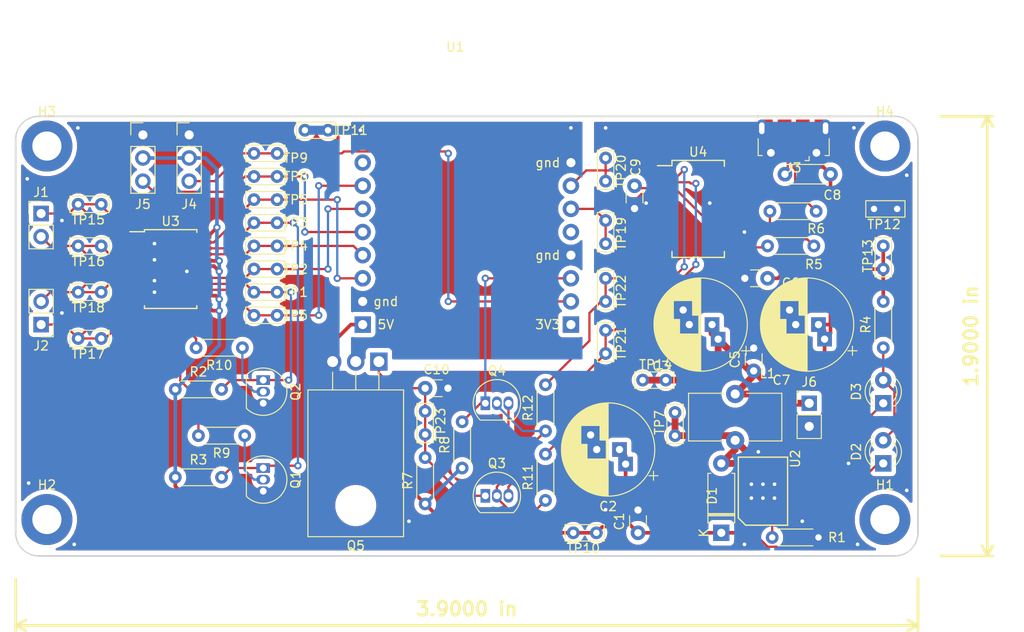
<source format=kicad_pcb>
(kicad_pcb (version 20171130) (host pcbnew 5.1.7-a382d34a8~88~ubuntu18.04.1)
  (layers (0 F.Cu signal) (31 B.Cu signal) (34 B.Paste user) (35 F.Paste user) (36 B.SilkS user) (37 F.SilkS user) (38 B.Mask user) (39 F.Mask user) (44 Edge.Cuts user))
  (net 0 "")
  (net 1 GND)
  (net 2 bat)
  (net 3 vcc)
  (net 4 "Net-(C8-Pad2)")
  (net 5 "Net-(C9-Pad1)")
  (net 6 vout)
  (net 7 LEDchrg)
  (net 8 "Net-(D2-Pad2)")
  (net 9 LEDstdby)
  (net 10 "Net-(J3-Pad2)")
  (net 11 "Net-(J3-Pad3)")
  (net 12 gpio16)
  (net 13 gpio15)
  (net 14 "Net-(Q1-Pad2)")
  (net 15 ain2)
  (net 16 bin2)
  (net 17 "Net-(Q2-Pad2)")
  (net 18 "Net-(Q3-Pad2)")
  (net 19 gpio0)
  (net 20 espGND)
  (net 21 "Net-(R1-Pad1)")
  (net 22 "Net-(R5-Pad2)")
  (net 23 "Net-(R6-Pad2)")
  (net 24 ain1)
  (net 25 bin1)
  (net 26 rts)
  (net 27 dtr)
  (net 28 pwmb)
  (net 29 pwma)
  (net 30 txd)
  (net 31 rxd)
  (net 32 ESPen)
  (net 33 "Net-(Q3-Pad3)")
  (net 34 "Net-(D1-Pad2)")
  (net 35 "Net-(J1-Pad2)")
  (net 36 "Net-(J1-Pad1)")
  (net 37 "Net-(J2-Pad1)")
  (net 38 "Net-(J2-Pad2)")
  (module MountingHole:MountingHole_3.2mm_M3_DIN965_Pad (layer F.Cu) (at 211 82)
    (fp_text reference H4 (at 0 -3.8) (layer F.SilkS))
    (fp_text value MountingHole)
    (pad 1 thru_hole circle (at 0 0) (size 5.6 5.6) (drill 3.2) (layers *.Cu *.Mask))
  )
  (module MountingHole:MountingHole_3.2mm_M3_DIN965_Pad (layer F.Cu) (at 119 82)
    (fp_text reference H3 (at 0 -3.8) (layer F.SilkS))
    (fp_text value MountingHole)
    (pad 1 thru_hole circle (at 0 0) (size 5.6 5.6) (drill 3.2) (layers *.Cu *.Mask))
  )
  (module MountingHole:MountingHole_3.2mm_M3_DIN965_Pad (layer F.Cu) (at 119 123)
    (fp_text reference H2 (at 0 -3.8) (layer F.SilkS))
    (fp_text value MountingHole)
    (pad 1 thru_hole circle (at 0 0) (size 5.6 5.6) (drill 3.2) (layers *.Cu *.Mask))
  )
  (module MountingHole:MountingHole_3.2mm_M3_DIN965_Pad (layer F.Cu) (at 211 123)
    (fp_text reference H1 (at 0 -3.8) (layer F.SilkS))
    (fp_text value MountingHole)
    (pad 1 thru_hole circle (at 0 0) (size 5.6 5.6) (drill 3.2) (layers *.Cu *.Mask))
  )
  (module espcam:ESPCAM_bottom (layer F.Cu) (at 163.83 81.28)
    (fp_text reference U1 (at 0 -10.16) (layer F.SilkS))
    (fp_text value ESPCAM)
    (fp_text user gnd (at 10.16 2.54) (layer F.SilkS))
    (fp_text user gnd (at 10.16 12.7) (layer F.SilkS))
    (fp_text user 3V3 (at 10.16 20.32) (layer F.SilkS))
    (fp_text user gnd (at -7.62 17.78) (layer F.SilkS))
    (fp_text user 5V (at -7.62 20.32) (layer F.SilkS))
    (pad 1 thru_hole circle (at -10.16 2.54) (size 1.8 1.8) (drill 1) (layers *.Cu *.Mask))
    (pad 2 thru_hole circle (at -10.16 5.08) (size 1.8 1.8) (drill 1) (layers *.Cu *.Mask) (net 28 pwmb))
    (pad 3 thru_hole circle (at -10.16 7.62) (size 1.8 1.8) (drill 1) (layers *.Cu *.Mask) (net 25 bin1))
    (pad 4 thru_hole circle (at -10.16 10.16) (size 1.8 1.8) (drill 1) (layers *.Cu *.Mask) (net 13 gpio15))
    (pad 5 thru_hole circle (at -10.16 12.7) (size 1.8 1.8) (drill 1) (layers *.Cu *.Mask) (net 24 ain1))
    (pad 6 thru_hole circle (at -10.16 15.24) (size 1.8 1.8) (drill 1) (layers *.Cu *.Mask) (net 29 pwma))
    (pad 7 thru_hole circle (at -10.16 17.78) (size 1.8 1.8) (drill 1) (layers *.Cu *.Mask) (net 20 espGND))
    (pad 8 thru_hole rect (at -10.16 20.32) (size 1.8 1.8) (drill 1) (layers *.Cu *.Mask) (net 6 vout))
    (pad 9 thru_hole circle (at 12.7 2.54) (size 1.8 1.8) (drill 1) (layers *.Cu *.Mask) (net 20 espGND))
    (pad 10 thru_hole circle (at 12.7 5.08) (size 1.8 1.8) (drill 1) (layers *.Cu *.Mask) (net 30 txd))
    (pad 11 thru_hole circle (at 12.7 7.62) (size 1.8 1.8) (drill 1) (layers *.Cu *.Mask) (net 31 rxd))
    (pad 12 thru_hole circle (at 12.7 10.16) (size 1.8 1.8) (drill 1) (layers *.Cu *.Mask))
    (pad 13 thru_hole circle (at 12.7 12.7) (size 1.8 1.8) (drill 1) (layers *.Cu *.Mask) (net 20 espGND))
    (pad 14 thru_hole circle (at 12.7 15.24) (size 1.8 1.8) (drill 1) (layers *.Cu *.Mask) (net 19 gpio0))
    (pad 15 thru_hole circle (at 12.7 17.78) (size 1.8 1.8) (drill 1) (layers *.Cu *.Mask) (net 12 gpio16))
    (pad 16 thru_hole rect (at 12.7 20.32) (size 1.8 1.8) (drill 1) (layers *.Cu *.Mask))
  )
  (module Capacitor_THT:C_Disc_D3.0mm_W1.6mm_P2.50mm (layer F.Cu) (at 183.896 124.46 90)
    (fp_text reference C1 (at 1.25 -2.05 90) (layer F.SilkS))
    (fp_text value 100n)
    (pad 2 thru_hole circle (at 2.5 0 90) (size 1.6 1.6) (drill 0.8) (layers *.Cu *.Mask) (net 1 GND))
    (pad 1 thru_hole circle (at 0 0 90) (size 1.6 1.6) (drill 0.8) (layers *.Cu *.Mask) (net 6 vout))
  )
  (module Capacitor_THT:CP_Radial_D10.0mm_P2.50mm_P5.00mm (layer F.Cu) (at 181.864 115.316 180)
    (fp_text reference C2 (at 1.25 -6.25 180) (layer F.SilkS))
    (fp_text value 22u)
    (pad 1 thru_hole rect (at 0 0 180) (size 1.6 1.6) (drill 0.8) (layers *.Cu *.Mask) (net 6 vout))
    (pad 2 thru_hole circle (at 2.5 0 180) (size 1.6 1.6) (drill 0.8) (layers *.Cu *.Mask) (net 1 GND))
    (pad 1 thru_hole rect (at -0.670937 -1.6 180) (size 1.6 1.6) (drill 0.8) (layers *.Cu *.Mask) (net 6 vout))
    (pad 2 thru_hole circle (at 3.170937 1.6 180) (size 1.6 1.6) (drill 0.8) (layers *.Cu *.Mask) (net 1 GND))
  )
  (module Capacitor_THT:CP_Radial_D10.0mm_P2.50mm_P5.00mm (layer F.Cu) (at 192.024 101.6 180)
    (fp_text reference C3 (at 5.588 -4.572 180) (layer F.SilkS))
    (fp_text value 47u)
    (pad 1 thru_hole rect (at 0 0 180) (size 1.6 1.6) (drill 0.8) (layers *.Cu *.Mask) (net 2 bat))
    (pad 2 thru_hole circle (at 2.5 0 180) (size 1.6 1.6) (drill 0.8) (layers *.Cu *.Mask) (net 1 GND))
    (pad 1 thru_hole rect (at -0.670937 -1.6 180) (size 1.6 1.6) (drill 0.8) (layers *.Cu *.Mask) (net 2 bat))
    (pad 2 thru_hole circle (at 3.170937 1.6 180) (size 1.6 1.6) (drill 0.8) (layers *.Cu *.Mask) (net 1 GND))
  )
  (module Capacitor_THT:C_Disc_D3.0mm_W1.6mm_P2.50mm (layer F.Cu) (at 196.596 106.68 90)
    (fp_text reference C5 (at 1.25 -2.05 90) (layer F.SilkS))
    (fp_text value 100n)
    (pad 1 thru_hole circle (at 0 0 90) (size 1.6 1.6) (drill 0.8) (layers *.Cu *.Mask) (net 2 bat))
    (pad 2 thru_hole circle (at 2.5 0 90) (size 1.6 1.6) (drill 0.8) (layers *.Cu *.Mask) (net 1 GND))
  )
  (module Capacitor_THT:C_Disc_D3.0mm_W1.6mm_P2.50mm (layer F.Cu) (at 198.12 96.52 180)
    (fp_text reference C6 (at -2.54 -0.508 180) (layer F.SilkS))
    (fp_text value 100n)
    (pad 2 thru_hole circle (at 2.5 0 180) (size 1.6 1.6) (drill 0.8) (layers *.Cu *.Mask) (net 1 GND))
    (pad 1 thru_hole circle (at 0 0 180) (size 1.6 1.6) (drill 0.8) (layers *.Cu *.Mask) (net 3 vcc))
  )
  (module Capacitor_THT:CP_Radial_D10.0mm_P2.50mm_P5.00mm (layer F.Cu) (at 203.708 101.6 180)
    (fp_text reference C7 (at 4.064 -6.096 180) (layer F.SilkS))
    (fp_text value 10u)
    (pad 2 thru_hole circle (at 3.170937 1.6 180) (size 1.6 1.6) (drill 0.8) (layers *.Cu *.Mask) (net 1 GND))
    (pad 1 thru_hole rect (at -0.670937 -1.6 180) (size 1.6 1.6) (drill 0.8) (layers *.Cu *.Mask) (net 3 vcc))
    (pad 2 thru_hole circle (at 2.5 0 180) (size 1.6 1.6) (drill 0.8) (layers *.Cu *.Mask) (net 1 GND))
    (pad 1 thru_hole rect (at 0 0 180) (size 1.6 1.6) (drill 0.8) (layers *.Cu *.Mask) (net 3 vcc))
  )
  (module Capacitor_THT:C_Disc_D3.0mm_W1.6mm_P2.50mm (layer F.Cu) (at 183.515 86.36 270)
    (fp_text reference C9 (at -2.032 -0.127 270) (layer F.SilkS))
    (fp_text value 100n)
    (pad 2 thru_hole circle (at 2.5 0 270) (size 1.6 1.6) (drill 0.8) (layers *.Cu *.Mask) (net 1 GND))
    (pad 1 thru_hole circle (at 0 0 270) (size 1.6 1.6) (drill 0.8) (layers *.Cu *.Mask) (net 5 "Net-(C9-Pad1)"))
  )
  (module Capacitor_THT:C_Disc_D3.0mm_W1.6mm_P2.50mm (layer F.Cu) (at 160.528 108.585)
    (fp_text reference C10 (at 1.25 -2.05) (layer F.SilkS))
    (fp_text value 100n)
    (pad 1 thru_hole circle (at 0 0) (size 1.6 1.6) (drill 0.8) (layers *.Cu *.Mask) (net 32 ESPen))
    (pad 2 thru_hole circle (at 2.5 0) (size 1.6 1.6) (drill 0.8) (layers *.Cu *.Mask) (net 1 GND))
  )
  (module Diode_THT:D_A-405_P7.62mm_Horizontal (layer F.Cu) (at 193.04 124.46 90)
    (fp_text reference D1 (at 4.064 -1.016 90) (layer F.SilkS))
    (fp_text value 3A20V)
    (fp_text user K (at 0 -1.9 90) (layer F.SilkS))
    (pad 1 thru_hole rect (at 0 0 90) (size 1.8 1.8) (drill 0.9) (layers *.Cu *.Mask) (net 6 vout))
    (pad 2 thru_hole oval (at 7.62 0 90) (size 1.8 1.8) (drill 0.9) (layers *.Cu *.Mask) (net 34 "Net-(D1-Pad2)"))
  )
  (module LED_THT:LED_D3.0mm (layer F.Cu) (at 210.82 116.84 90)
    (fp_text reference D2 (at 1.27 -2.96 90) (layer F.SilkS))
    (fp_text value LED)
    (pad 1 thru_hole rect (at 0 0 90) (size 1.8 1.8) (drill 0.9) (layers *.Cu *.Mask) (net 7 LEDchrg))
    (pad 2 thru_hole circle (at 2.54 0 90) (size 1.8 1.8) (drill 0.9) (layers *.Cu *.Mask) (net 8 "Net-(D2-Pad2)"))
  )
  (module LED_THT:LED_D3.0mm (layer F.Cu) (at 210.82 110.236 90)
    (fp_text reference D3 (at 1.27 -2.96 90) (layer F.SilkS))
    (fp_text value LED)
    (pad 2 thru_hole circle (at 2.54 0 90) (size 1.8 1.8) (drill 0.9) (layers *.Cu *.Mask) (net 8 "Net-(D2-Pad2)"))
    (pad 1 thru_hole rect (at 0 0 90) (size 1.8 1.8) (drill 0.9) (layers *.Cu *.Mask) (net 9 LEDstdby))
  )
  (module Connector_PinHeader_2.54mm:PinHeader_1x02_P2.54mm_Vertical (layer F.Cu) (at 118.364 89.408)
    (fp_text reference J1 (at 0 -2.33) (layer F.SilkS))
    (fp_text value motorA)
    (pad 2 thru_hole oval (at 0 2.54) (size 1.7 1.7) (drill 1) (layers *.Cu *.Mask) (net 35 "Net-(J1-Pad2)"))
    (pad 1 thru_hole rect (at 0 0) (size 1.7 1.7) (drill 1) (layers *.Cu *.Mask) (net 36 "Net-(J1-Pad1)"))
  )
  (module Connector_PinHeader_2.54mm:PinHeader_1x02_P2.54mm_Vertical (layer F.Cu) (at 118.364 101.6 180)
    (fp_text reference J2 (at 0 -2.33 180) (layer F.SilkS))
    (fp_text value motorB)
    (pad 1 thru_hole rect (at 0 0 180) (size 1.7 1.7) (drill 1) (layers *.Cu *.Mask) (net 37 "Net-(J2-Pad1)"))
    (pad 2 thru_hole oval (at 0 2.54 180) (size 1.7 1.7) (drill 1) (layers *.Cu *.Mask) (net 38 "Net-(J2-Pad2)"))
  )
  (module Connector_USB:USB_Micro-B_Molex-105017-0001 (layer F.Cu) (at 200.985 81.28 180)
    (fp_text reference J3 (at 0 -3.1125 180) (layer F.SilkS))
    (fp_text value USB_B_Mini)
    (pad 6 smd rect (at 1 1.2375 180) (size 1.5 1.9) (layers F.Cu F.Paste F.Mask) (net 1 GND))
    (pad 6 thru_hole circle (at -2.5 -1.4625 180) (size 1.45 1.45) (drill 0.85) (layers *.Cu *.Mask) (net 1 GND))
    (pad 2 smd rect (at -0.65 -1.4625 180) (size 0.4 1.35) (layers F.Cu F.Paste F.Mask) (net 10 "Net-(J3-Pad2)"))
    (pad 1 smd rect (at -1.3 -1.4625 180) (size 0.4 1.35) (layers F.Cu F.Paste F.Mask) (net 3 vcc))
    (pad 5 smd rect (at 1.3 -1.4625 180) (size 0.4 1.35) (layers F.Cu F.Paste F.Mask) (net 1 GND))
    (pad 4 smd rect (at 0.65 -1.4625 180) (size 0.4 1.35) (layers F.Cu F.Paste F.Mask) (net 4 "Net-(C8-Pad2)"))
    (pad 3 smd rect (at 0 -1.4625 180) (size 0.4 1.35) (layers F.Cu F.Paste F.Mask) (net 11 "Net-(J3-Pad3)"))
    (pad 6 thru_hole circle (at 2.5 -1.4625 180) (size 1.45 1.45) (drill 0.85) (layers *.Cu *.Mask) (net 1 GND))
    (pad 6 smd rect (at -1 1.2375 180) (size 1.5 1.9) (layers F.Cu F.Paste F.Mask) (net 1 GND))
    (pad 6 thru_hole oval (at -3.5 1.2375) (size 1.2 1.9) (drill oval 0.6 1.3) (layers *.Cu *.Mask) (net 1 GND))
    (pad 6 thru_hole oval (at 3.5 1.2375 180) (size 1.2 1.9) (drill oval 0.6 1.3) (layers *.Cu *.Mask) (net 1 GND))
    (pad 6 smd rect (at 2.9 1.2375 180) (size 1.2 1.9) (layers F.Cu F.Mask) (net 1 GND))
    (pad 6 smd rect (at -2.9 1.2375 180) (size 1.2 1.9) (layers F.Cu F.Mask) (net 1 GND))
  )
  (module Connector_PinHeader_2.54mm:PinHeader_1x03_P2.54mm_Vertical (layer F.Cu) (at 134.62 80.772)
    (fp_text reference J4 (at 0 7.62) (layer F.SilkS))
    (fp_text value device2)
    (pad 3 thru_hole oval (at 0 5.08) (size 1.7 1.7) (drill 1) (layers *.Cu *.Mask) (net 12 gpio16))
    (pad 2 thru_hole oval (at 0 2.54) (size 1.7 1.7) (drill 1) (layers *.Cu *.Mask) (net 6 vout))
    (pad 1 thru_hole rect (at 0 0) (size 1.7 1.7) (drill 1) (layers *.Cu *.Mask) (net 1 GND))
  )
  (module Connector_PinHeader_2.54mm:PinHeader_1x03_P2.54mm_Vertical (layer F.Cu) (at 129.54 80.772)
    (fp_text reference J5 (at 0 7.62) (layer F.SilkS))
    (fp_text value device1)
    (pad 1 thru_hole rect (at 0 0) (size 1.7 1.7) (drill 1) (layers *.Cu *.Mask) (net 1 GND))
    (pad 2 thru_hole oval (at 0 2.54) (size 1.7 1.7) (drill 1) (layers *.Cu *.Mask) (net 6 vout))
    (pad 3 thru_hole oval (at 0 5.08) (size 1.7 1.7) (drill 1) (layers *.Cu *.Mask) (net 13 gpio15))
  )
  (module Inductor_THT:L_Toroid_Vertical_L10.0mm_W5.0mm_P5.08mm (layer F.Cu) (at 194.564 109.22)
    (fp_text reference L1 (at 3.556 -2.25) (layer F.SilkS))
    (fp_text value 10uH)
    (pad 1 thru_hole circle (at 0 0) (size 2 2) (drill 1) (layers *.Cu *.Mask) (net 2 bat))
    (pad 2 thru_hole circle (at 0 5.08) (size 2 2) (drill 1) (layers *.Cu *.Mask) (net 34 "Net-(D1-Pad2)"))
  )
  (module Package_TO_SOT_THT:TO-92_Inline (layer F.Cu) (at 142.748 117.348 270)
    (fp_text reference Q1 (at 1.27 -3.56 270) (layer F.SilkS))
    (fp_text value BC547)
    (pad 2 thru_hole oval (at 1.27 0 270) (size 1.05 1.5) (drill 0.75) (layers *.Cu *.Mask) (net 14 "Net-(Q1-Pad2)"))
    (pad 3 thru_hole oval (at 2.54 0 270) (size 1.05 1.5) (drill 0.75) (layers *.Cu *.Mask) (net 1 GND))
    (pad 1 thru_hole rect (at 0 0 270) (size 1.05 1.5) (drill 0.75) (layers *.Cu *.Mask) (net 15 ain2))
  )
  (module Package_TO_SOT_THT:TO-92_Inline (layer F.Cu) (at 142.748 107.696 270)
    (fp_text reference Q2 (at 1.27 -3.56 270) (layer F.SilkS))
    (fp_text value BC547)
    (pad 1 thru_hole rect (at 0 0 270) (size 1.05 1.5) (drill 0.75) (layers *.Cu *.Mask) (net 16 bin2))
    (pad 3 thru_hole oval (at 2.54 0 270) (size 1.05 1.5) (drill 0.75) (layers *.Cu *.Mask) (net 1 GND))
    (pad 2 thru_hole oval (at 1.27 0 270) (size 1.05 1.5) (drill 0.75) (layers *.Cu *.Mask) (net 17 "Net-(Q2-Pad2)"))
  )
  (module Package_TO_SOT_THT:TO-92_Inline (layer F.Cu) (at 167.132 120.396)
    (fp_text reference Q3 (at 1.27 -3.56) (layer F.SilkS))
    (fp_text value BC547)
    (pad 2 thru_hole oval (at 1.27 0) (size 1.05 1.5) (drill 0.75) (layers *.Cu *.Mask) (net 18 "Net-(Q3-Pad2)"))
    (pad 3 thru_hole oval (at 2.54 0) (size 1.05 1.5) (drill 0.75) (layers *.Cu *.Mask) (net 33 "Net-(Q3-Pad3)"))
    (pad 1 thru_hole rect (at 0 0) (size 1.05 1.5) (drill 0.75) (layers *.Cu *.Mask) (net 32 ESPen))
  )
  (module Package_TO_SOT_THT:TO-92_Inline (layer F.Cu) (at 167.132 110.236)
    (fp_text reference Q4 (at 1.27 -3.56) (layer F.SilkS))
    (fp_text value BC547)
    (pad 1 thru_hole rect (at 0 0) (size 1.05 1.5) (drill 0.75) (layers *.Cu *.Mask) (net 19 gpio0))
    (pad 3 thru_hole oval (at 2.54 0) (size 1.05 1.5) (drill 0.75) (layers *.Cu *.Mask) (net 18 "Net-(Q3-Pad2)"))
    (pad 2 thru_hole oval (at 1.27 0) (size 1.05 1.5) (drill 0.75) (layers *.Cu *.Mask) (net 33 "Net-(Q3-Pad3)"))
  )
  (module Resistor_THT:R_Axial_DIN0204_L3.6mm_D1.6mm_P5.08mm_Horizontal (layer F.Cu) (at 198.628 124.968)
    (fp_text reference R1 (at 7.112 0) (layer F.SilkS))
    (fp_text value 2k2)
    (pad 2 thru_hole oval (at 5.08 0) (size 1.4 1.4) (drill 0.7) (layers *.Cu *.Mask) (net 1 GND))
    (pad 1 thru_hole circle (at 0 0) (size 1.4 1.4) (drill 0.7) (layers *.Cu *.Mask) (net 21 "Net-(R1-Pad1)"))
  )
  (module Resistor_THT:R_Axial_DIN0204_L3.6mm_D1.6mm_P5.08mm_Horizontal (layer F.Cu) (at 133.096 108.712)
    (fp_text reference R2 (at 2.54 -1.92) (layer F.SilkS))
    (fp_text value 10k)
    (pad 1 thru_hole circle (at 0 0) (size 1.4 1.4) (drill 0.7) (layers *.Cu *.Mask) (net 6 vout))
    (pad 2 thru_hole oval (at 5.08 0) (size 1.4 1.4) (drill 0.7) (layers *.Cu *.Mask) (net 16 bin2))
  )
  (module Resistor_THT:R_Axial_DIN0204_L3.6mm_D1.6mm_P5.08mm_Horizontal (layer F.Cu) (at 133.096 118.364)
    (fp_text reference R3 (at 2.54 -1.92) (layer F.SilkS))
    (fp_text value 10k)
    (pad 2 thru_hole oval (at 5.08 0) (size 1.4 1.4) (drill 0.7) (layers *.Cu *.Mask) (net 15 ain2))
    (pad 1 thru_hole circle (at 0 0) (size 1.4 1.4) (drill 0.7) (layers *.Cu *.Mask) (net 6 vout))
  )
  (module Resistor_THT:R_Axial_DIN0204_L3.6mm_D1.6mm_P5.08mm_Horizontal (layer F.Cu) (at 210.82 104.14 90)
    (fp_text reference R4 (at 2.54 -1.92 90) (layer F.SilkS))
    (fp_text value 1k)
    (pad 1 thru_hole circle (at 0 0 90) (size 1.4 1.4) (drill 0.7) (layers *.Cu *.Mask) (net 8 "Net-(D2-Pad2)"))
    (pad 2 thru_hole oval (at 5.08 0 90) (size 1.4 1.4) (drill 0.7) (layers *.Cu *.Mask) (net 3 vcc))
  )
  (module Resistor_THT:R_Axial_DIN0204_L3.6mm_D1.6mm_P5.08mm_Horizontal (layer F.Cu) (at 203.2 92.964 180)
    (fp_text reference R5 (at 0 -2.032 180) (layer F.SilkS))
    (fp_text value 27)
    (pad 1 thru_hole circle (at 0 0 180) (size 1.4 1.4) (drill 0.7) (layers *.Cu *.Mask) (net 11 "Net-(J3-Pad3)"))
    (pad 2 thru_hole oval (at 5.08 0 180) (size 1.4 1.4) (drill 0.7) (layers *.Cu *.Mask) (net 22 "Net-(R5-Pad2)"))
  )
  (module Resistor_THT:R_Axial_DIN0204_L3.6mm_D1.6mm_P5.08mm_Horizontal (layer F.Cu) (at 203.454 89.154 180)
    (fp_text reference R6 (at 0 -1.92 180) (layer F.SilkS))
    (fp_text value 27)
    (pad 2 thru_hole oval (at 5.08 0 180) (size 1.4 1.4) (drill 0.7) (layers *.Cu *.Mask) (net 23 "Net-(R6-Pad2)"))
    (pad 1 thru_hole circle (at 0 0 180) (size 1.4 1.4) (drill 0.7) (layers *.Cu *.Mask) (net 10 "Net-(J3-Pad2)"))
  )
  (module Resistor_THT:R_Axial_DIN0204_L3.6mm_D1.6mm_P5.08mm_Horizontal (layer F.Cu) (at 160.528 121.285 90)
    (fp_text reference R7 (at 2.54 -1.92 90) (layer F.SilkS))
    (fp_text value 10k)
    (pad 2 thru_hole oval (at 5.08 0 90) (size 1.4 1.4) (drill 0.7) (layers *.Cu *.Mask) (net 32 ESPen))
    (pad 1 thru_hole circle (at 0 0 90) (size 1.4 1.4) (drill 0.7) (layers *.Cu *.Mask) (net 6 vout))
  )
  (module Resistor_THT:R_Axial_DIN0204_L3.6mm_D1.6mm_P5.08mm_Horizontal (layer F.Cu) (at 164.592 117.348 90)
    (fp_text reference R8 (at 2.54 -1.92 90) (layer F.SilkS))
    (fp_text value 10k)
    (pad 1 thru_hole circle (at 0 0 90) (size 1.4 1.4) (drill 0.7) (layers *.Cu *.Mask) (net 6 vout))
    (pad 2 thru_hole oval (at 5.08 0 90) (size 1.4 1.4) (drill 0.7) (layers *.Cu *.Mask) (net 19 gpio0))
  )
  (module Resistor_THT:R_Axial_DIN0204_L3.6mm_D1.6mm_P5.08mm_Horizontal (layer F.Cu) (at 140.716 113.792 180)
    (fp_text reference R9 (at 2.54 -1.92 180) (layer F.SilkS))
    (fp_text value 1k)
    (pad 2 thru_hole oval (at 5.08 0 180) (size 1.4 1.4) (drill 0.7) (layers *.Cu *.Mask) (net 24 ain1))
    (pad 1 thru_hole circle (at 0 0 180) (size 1.4 1.4) (drill 0.7) (layers *.Cu *.Mask) (net 14 "Net-(Q1-Pad2)"))
  )
  (module Resistor_THT:R_Axial_DIN0204_L3.6mm_D1.6mm_P5.08mm_Horizontal (layer F.Cu) (at 140.462 104.14 180)
    (fp_text reference R10 (at 2.54 -1.92 180) (layer F.SilkS))
    (fp_text value 1k)
    (pad 1 thru_hole circle (at 0 0 180) (size 1.4 1.4) (drill 0.7) (layers *.Cu *.Mask) (net 17 "Net-(Q2-Pad2)"))
    (pad 2 thru_hole oval (at 5.08 0 180) (size 1.4 1.4) (drill 0.7) (layers *.Cu *.Mask) (net 25 bin1))
  )
  (module Resistor_THT:R_Axial_DIN0204_L3.6mm_D1.6mm_P5.08mm_Horizontal (layer F.Cu) (at 173.736 120.904 90)
    (fp_text reference R11 (at 2.54 -1.92 90) (layer F.SilkS))
    (fp_text value 220)
    (pad 2 thru_hole oval (at 5.08 0 90) (size 1.4 1.4) (drill 0.7) (layers *.Cu *.Mask) (net 26 rts))
    (pad 1 thru_hole circle (at 0 0 90) (size 1.4 1.4) (drill 0.7) (layers *.Cu *.Mask) (net 18 "Net-(Q3-Pad2)"))
  )
  (module Resistor_THT:R_Axial_DIN0204_L3.6mm_D1.6mm_P5.08mm_Horizontal (layer F.Cu) (at 173.736 113.284 90)
    (fp_text reference R12 (at 2.54 -1.92 90) (layer F.SilkS))
    (fp_text value 220)
    (pad 1 thru_hole circle (at 0 0 90) (size 1.4 1.4) (drill 0.7) (layers *.Cu *.Mask) (net 33 "Net-(Q3-Pad3)"))
    (pad 2 thru_hole oval (at 5.08 0 90) (size 1.4 1.4) (drill 0.7) (layers *.Cu *.Mask) (net 27 dtr))
  )
  (module TP5400:ESOP8-F.Cu-only (layer F.Cu) (at 197.612 119.888)
    (fp_text reference U2 (at 3.556 -3.556 90) (layer F.SilkS))
    (fp_text value TP5400)
    (pad 8 smd rect (at -1.905 -2.6) (size 0.6 1.27) (layers F.Cu F.Paste F.Mask) (net 34 "Net-(D1-Pad2)"))
    (pad 1 smd rect (at -1.905 2.6) (size 0.6 1.27) (layers F.Cu F.Paste F.Mask) (net 6 vout))
    (pad 7 smd rect (at -0.635 -2.6) (size 0.6 1.27) (layers F.Cu F.Paste F.Mask) (net 1 GND))
    (pad 2 smd rect (at -0.635 2.6) (size 0.6 1.27) (layers F.Cu F.Paste F.Mask) (net 7 LEDchrg))
    (pad 6 smd rect (at 0.635 -2.6) (size 0.6 1.27) (layers F.Cu F.Paste F.Mask) (net 2 bat))
    (pad 3 smd rect (at 0.635 2.6) (size 0.6 1.27) (layers F.Cu F.Paste F.Mask) (net 21 "Net-(R1-Pad1)"))
    (pad 5 smd rect (at 1.905 -2.6) (size 0.6 1.27) (layers F.Cu F.Paste F.Mask) (net 3 vcc))
    (pad 4 smd rect (at 1.905 2.6) (size 0.6 1.27) (layers F.Cu F.Paste F.Mask) (net 9 LEDstdby))
    (pad 9 smd rect (at 0 0) (size 3.4 2.5) (layers F.Cu F.Paste F.Mask) (net 1 GND))
  )
  (module Package_SO:SSOP-24_5.3x8.2mm_P0.65mm (layer F.Cu) (at 132.588 95.504)
    (fp_text reference U3 (at 0 -5.25) (layer F.SilkS))
    (fp_text value TB6612FNG)
    (pad 1 smd rect (at -3.6 -3.575) (size 1.75 0.45) (layers F.Cu F.Paste F.Mask) (net 36 "Net-(J1-Pad1)"))
    (pad 2 smd rect (at -3.6 -2.925) (size 1.75 0.45) (layers F.Cu F.Paste F.Mask) (net 36 "Net-(J1-Pad1)"))
    (pad 3 smd rect (at -3.6 -2.275) (size 1.75 0.45) (layers F.Cu F.Paste F.Mask) (net 1 GND))
    (pad 4 smd rect (at -3.6 -1.625) (size 1.75 0.45) (layers F.Cu F.Paste F.Mask) (net 1 GND))
    (pad 5 smd rect (at -3.6 -0.975) (size 1.75 0.45) (layers F.Cu F.Paste F.Mask) (net 35 "Net-(J1-Pad2)"))
    (pad 6 smd rect (at -3.6 -0.325) (size 1.75 0.45) (layers F.Cu F.Paste F.Mask) (net 35 "Net-(J1-Pad2)"))
    (pad 7 smd rect (at -3.6 0.325) (size 1.75 0.45) (layers F.Cu F.Paste F.Mask) (net 38 "Net-(J2-Pad2)"))
    (pad 8 smd rect (at -3.6 0.975) (size 1.75 0.45) (layers F.Cu F.Paste F.Mask) (net 38 "Net-(J2-Pad2)"))
    (pad 9 smd rect (at -3.6 1.625) (size 1.75 0.45) (layers F.Cu F.Paste F.Mask) (net 1 GND))
    (pad 10 smd rect (at -3.6 2.275) (size 1.75 0.45) (layers F.Cu F.Paste F.Mask) (net 1 GND))
    (pad 11 smd rect (at -3.6 2.925) (size 1.75 0.45) (layers F.Cu F.Paste F.Mask) (net 37 "Net-(J2-Pad1)"))
    (pad 12 smd rect (at -3.6 3.575) (size 1.75 0.45) (layers F.Cu F.Paste F.Mask) (net 37 "Net-(J2-Pad1)"))
    (pad 13 smd rect (at 3.6 3.575) (size 1.75 0.45) (layers F.Cu F.Paste F.Mask) (net 6 vout))
    (pad 14 smd rect (at 3.6 2.925) (size 1.75 0.45) (layers F.Cu F.Paste F.Mask) (net 6 vout))
    (pad 15 smd rect (at 3.6 2.275) (size 1.75 0.45) (layers F.Cu F.Paste F.Mask) (net 28 pwmb))
    (pad 16 smd rect (at 3.6 1.625) (size 1.75 0.45) (layers F.Cu F.Paste F.Mask) (net 16 bin2))
    (pad 17 smd rect (at 3.6 0.975) (size 1.75 0.45) (layers F.Cu F.Paste F.Mask) (net 25 bin1))
    (pad 18 smd rect (at 3.6 0.325) (size 1.75 0.45) (layers F.Cu F.Paste F.Mask) (net 1 GND))
    (pad 19 smd rect (at 3.6 -0.325) (size 1.75 0.45) (layers F.Cu F.Paste F.Mask) (net 6 vout))
    (pad 20 smd rect (at 3.6 -0.975) (size 1.75 0.45) (layers F.Cu F.Paste F.Mask) (net 6 vout))
    (pad 21 smd rect (at 3.6 -1.625) (size 1.75 0.45) (layers F.Cu F.Paste F.Mask) (net 24 ain1))
    (pad 22 smd rect (at 3.6 -2.275) (size 1.75 0.45) (layers F.Cu F.Paste F.Mask) (net 15 ain2))
    (pad 23 smd rect (at 3.6 -2.925) (size 1.75 0.45) (layers F.Cu F.Paste F.Mask) (net 29 pwma))
    (pad 24 smd rect (at 3.6 -3.575) (size 1.75 0.45) (layers F.Cu F.Paste F.Mask) (net 6 vout))
  )
  (module Package_SO:SSOP-28_5.3x10.2mm_P0.65mm (layer F.Cu) (at 190.5 88.9)
    (fp_text reference U4 (at 0 -6.25) (layer F.SilkS))
    (fp_text value FT232RL)
    (pad 1 smd rect (at -3.6 -4.225) (size 1.75 0.45) (layers F.Cu F.Paste F.Mask) (net 30 txd))
    (pad 2 smd rect (at -3.6 -3.575) (size 1.75 0.45) (layers F.Cu F.Paste F.Mask) (net 27 dtr))
    (pad 3 smd rect (at -3.6 -2.925) (size 1.75 0.45) (layers F.Cu F.Paste F.Mask) (net 26 rts))
    (pad 4 smd rect (at -3.6 -2.275) (size 1.75 0.45) (layers F.Cu F.Paste F.Mask) (net 5 "Net-(C9-Pad1)"))
    (pad 5 smd rect (at -3.6 -1.625) (size 1.75 0.45) (layers F.Cu F.Paste F.Mask) (net 31 rxd))
    (pad 6 smd rect (at -3.6 -0.975) (size 1.75 0.45) (layers F.Cu F.Paste F.Mask))
    (pad 7 smd rect (at -3.6 -0.325) (size 1.75 0.45) (layers F.Cu F.Paste F.Mask) (net 1 GND))
    (pad 8 smd rect (at -3.6 0.325) (size 1.75 0.45) (layers F.Cu F.Paste F.Mask))
    (pad 9 smd rect (at -3.6 0.975) (size 1.75 0.45) (layers F.Cu F.Paste F.Mask))
    (pad 10 smd rect (at -3.6 1.625) (size 1.75 0.45) (layers F.Cu F.Paste F.Mask))
    (pad 11 smd rect (at -3.6 2.275) (size 1.75 0.45) (layers F.Cu F.Paste F.Mask))
    (pad 12 smd rect (at -3.6 2.925) (size 1.75 0.45) (layers F.Cu F.Paste F.Mask))
    (pad 13 smd rect (at -3.6 3.575) (size 1.75 0.45) (layers F.Cu F.Paste F.Mask))
    (pad 14 smd rect (at -3.6 4.225) (size 1.75 0.45) (layers F.Cu F.Paste F.Mask))
    (pad 15 smd rect (at 3.6 4.225) (size 1.75 0.45) (layers F.Cu F.Paste F.Mask) (net 22 "Net-(R5-Pad2)"))
    (pad 16 smd rect (at 3.6 3.575) (size 1.75 0.45) (layers F.Cu F.Paste F.Mask) (net 23 "Net-(R6-Pad2)"))
    (pad 17 smd rect (at 3.6 2.925) (size 1.75 0.45) (layers F.Cu F.Paste F.Mask) (net 5 "Net-(C9-Pad1)"))
    (pad 18 smd rect (at 3.6 2.275) (size 1.75 0.45) (layers F.Cu F.Paste F.Mask) (net 1 GND))
    (pad 19 smd rect (at 3.6 1.625) (size 1.75 0.45) (layers F.Cu F.Paste F.Mask) (net 5 "Net-(C9-Pad1)"))
    (pad 20 smd rect (at 3.6 0.975) (size 1.75 0.45) (layers F.Cu F.Paste F.Mask) (net 3 vcc))
    (pad 21 smd rect (at 3.6 0.325) (size 1.75 0.45) (layers F.Cu F.Paste F.Mask) (net 1 GND))
    (pad 22 smd rect (at 3.6 -0.325) (size 1.75 0.45) (layers F.Cu F.Paste F.Mask))
    (pad 23 smd rect (at 3.6 -0.975) (size 1.75 0.45) (layers F.Cu F.Paste F.Mask))
    (pad 24 smd rect (at 3.6 -1.625) (size 1.75 0.45) (layers F.Cu F.Paste F.Mask))
    (pad 25 smd rect (at 3.6 -2.275) (size 1.75 0.45) (layers F.Cu F.Paste F.Mask) (net 1 GND))
    (pad 26 smd rect (at 3.6 -2.925) (size 1.75 0.45) (layers F.Cu F.Paste F.Mask))
    (pad 27 smd rect (at 3.6 -3.575) (size 1.75 0.45) (layers F.Cu F.Paste F.Mask))
    (pad 28 smd rect (at 3.6 -4.225) (size 1.75 0.45) (layers F.Cu F.Paste F.Mask))
  )
  (module Connector_PinHeader_2.54mm:PinHeader_1x02_P2.54mm_Vertical (layer F.Cu) (at 202.692 110.236)
    (fp_text reference J6 (at 0 -2.33) (layer F.SilkS))
    (fp_text value battery)
    (pad 1 thru_hole rect (at 0 0) (size 1.7 1.7) (drill 1) (layers *.Cu *.Mask) (net 2 bat))
    (pad 2 thru_hole oval (at 0 2.54) (size 1.7 1.7) (drill 1) (layers *.Cu *.Mask) (net 1 GND))
  )
  (module Package_TO_SOT_THT:TO-220F-3_Horizontal_TabDown (layer F.Cu) (at 155.448 105.664 180)
    (fp_text reference Q5 (at 2.54 -20.22 180) (layer F.SilkS))
    (fp_text value IRF3205)
    (pad "" np_thru_hole oval (at 2.54 -15.8 180) (size 3.5 3.5) (drill 3.5) (layers *.Cu *.Mask))
    (pad 1 thru_hole rect (at 0 0 180) (size 1.905 2) (drill 1.2) (layers *.Cu *.Mask) (net 32 ESPen))
    (pad 2 thru_hole oval (at 2.54 0 180) (size 1.905 2) (drill 1.2) (layers *.Cu *.Mask) (net 20 espGND))
    (pad 3 thru_hole oval (at 5.08 0 180) (size 1.905 2) (drill 1.2) (layers *.Cu *.Mask) (net 1 GND))
  )
  (module TestPoint:TestPoint_Bridge_Pitch2.54mm_Drill0.7mm (layer F.Cu) (at 141.732 98.044)
    (fp_text reference TP1 (at 4.572 0) (layer F.SilkS))
    (fp_text value B2)
    (pad 1 thru_hole circle (at 2.54 0) (size 1.4 1.4) (drill 0.7) (layers *.Cu *.Mask) (net 16 bin2))
    (pad 1 thru_hole circle (at 0 0) (size 1.4 1.4) (drill 0.7) (layers *.Cu *.Mask) (net 16 bin2))
  )
  (module TestPoint:TestPoint_Bridge_Pitch2.54mm_Drill0.7mm (layer F.Cu) (at 141.732 95.504)
    (fp_text reference TP2 (at 4.572 0) (layer F.SilkS))
    (fp_text value B1)
    (pad 1 thru_hole circle (at 0 0) (size 1.4 1.4) (drill 0.7) (layers *.Cu *.Mask) (net 25 bin1))
    (pad 1 thru_hole circle (at 2.54 0) (size 1.4 1.4) (drill 0.7) (layers *.Cu *.Mask) (net 25 bin1))
  )
  (module TestPoint:TestPoint_Bridge_Pitch2.54mm_Drill0.7mm (layer F.Cu) (at 141.732 90.424)
    (fp_text reference TP3 (at 4.572 0) (layer F.SilkS))
    (fp_text value A2)
    (pad 1 thru_hole circle (at 2.54 0) (size 1.4 1.4) (drill 0.7) (layers *.Cu *.Mask) (net 15 ain2))
    (pad 1 thru_hole circle (at 0 0) (size 1.4 1.4) (drill 0.7) (layers *.Cu *.Mask) (net 15 ain2))
  )
  (module TestPoint:TestPoint_Bridge_Pitch2.54mm_Drill0.7mm (layer F.Cu) (at 141.732 92.964)
    (fp_text reference TP4 (at 4.572 0) (layer F.SilkS))
    (fp_text value A1)
    (pad 1 thru_hole circle (at 0 0) (size 1.4 1.4) (drill 0.7) (layers *.Cu *.Mask) (net 24 ain1))
    (pad 1 thru_hole circle (at 2.54 0) (size 1.4 1.4) (drill 0.7) (layers *.Cu *.Mask) (net 24 ain1))
  )
  (module TestPoint:TestPoint_Bridge_Pitch2.54mm_Drill0.7mm (layer F.Cu) (at 141.732 87.884)
    (fp_text reference TP5 (at 4.572 0) (layer F.SilkS))
    (fp_text value PWMa)
    (pad 1 thru_hole circle (at 2.54 0) (size 1.4 1.4) (drill 0.7) (layers *.Cu *.Mask) (net 29 pwma))
    (pad 1 thru_hole circle (at 0 0) (size 1.4 1.4) (drill 0.7) (layers *.Cu *.Mask) (net 29 pwma))
  )
  (module TestPoint:TestPoint_Bridge_Pitch2.54mm_Drill0.7mm (layer F.Cu) (at 141.732 100.584)
    (fp_text reference TP6 (at 4.572 0) (layer F.SilkS))
    (fp_text value PWMb)
    (pad 1 thru_hole circle (at 0 0) (size 1.4 1.4) (drill 0.7) (layers *.Cu *.Mask) (net 28 pwmb))
    (pad 1 thru_hole circle (at 2.54 0) (size 1.4 1.4) (drill 0.7) (layers *.Cu *.Mask) (net 28 pwmb))
  )
  (module TestPoint:TestPoint_Bridge_Pitch2.54mm_Drill0.7mm (layer F.Cu) (at 187.96 111.252 270)
    (fp_text reference TP7 (at 1.1 1.7 270) (layer F.SilkS))
    (fp_text value LX)
    (pad 1 thru_hole circle (at 2.54 0 270) (size 1.4 1.4) (drill 0.7) (layers *.Cu *.Mask) (net 34 "Net-(D1-Pad2)"))
    (pad 1 thru_hole circle (at 0 0 270) (size 1.4 1.4) (drill 0.7) (layers *.Cu *.Mask) (net 34 "Net-(D1-Pad2)"))
  )
  (module TestPoint:TestPoint_Bridge_Pitch2.54mm_Drill0.7mm (layer F.Cu) (at 141.732 85.344)
    (fp_text reference TP8 (at 4.572 0) (layer F.SilkS))
    (fp_text value DEV1)
    (pad 1 thru_hole circle (at 0 0) (size 1.4 1.4) (drill 0.7) (layers *.Cu *.Mask) (net 13 gpio15))
    (pad 1 thru_hole circle (at 2.54 0) (size 1.4 1.4) (drill 0.7) (layers *.Cu *.Mask) (net 13 gpio15))
  )
  (module TestPoint:TestPoint_Bridge_Pitch2.54mm_Drill0.7mm (layer F.Cu) (at 141.732 82.804)
    (fp_text reference TP9 (at 4.572 0.508) (layer F.SilkS))
    (fp_text value DEV2)
    (pad 1 thru_hole circle (at 2.54 0) (size 1.4 1.4) (drill 0.7) (layers *.Cu *.Mask) (net 12 gpio16))
    (pad 1 thru_hole circle (at 0 0) (size 1.4 1.4) (drill 0.7) (layers *.Cu *.Mask) (net 12 gpio16))
  )
  (module TestPoint:TestPoint_Bridge_Pitch2.54mm_Drill0.7mm (layer F.Cu) (at 176.784 124.46)
    (fp_text reference TP10 (at 1.1 1.7) (layer F.SilkS))
    (fp_text value VOUT)
    (pad 1 thru_hole circle (at 2.54 0) (size 1.4 1.4) (drill 0.7) (layers *.Cu *.Mask) (net 6 vout))
    (pad 1 thru_hole circle (at 0 0) (size 1.4 1.4) (drill 0.7) (layers *.Cu *.Mask) (net 6 vout))
  )
  (module TestPoint:TestPoint_Bridge_Pitch2.54mm_Drill0.7mm (layer F.Cu) (at 147.32 80.264)
    (fp_text reference TP11 (at 5.08 0) (layer F.SilkS))
    (fp_text value GND2)
    (pad 1 thru_hole circle (at 0 0) (size 1.4 1.4) (drill 0.7) (layers *.Cu *.Mask) (net 20 espGND))
    (pad 1 thru_hole circle (at 2.54 0) (size 1.4 1.4) (drill 0.7) (layers *.Cu *.Mask) (net 20 espGND))
  )
  (module TestPoint:TestPoint_Bridge_Pitch2.54mm_Drill0.7mm (layer F.Cu) (at 209.804 88.9)
    (fp_text reference TP12 (at 1.1 1.7) (layer F.SilkS))
    (fp_text value GND)
    (pad 1 thru_hole circle (at 2.54 0) (size 1.4 1.4) (drill 0.7) (layers *.Cu *.Mask) (net 1 GND))
    (pad 1 thru_hole circle (at 0 0) (size 1.4 1.4) (drill 0.7) (layers *.Cu *.Mask) (net 1 GND))
  )
  (module TestPoint:TestPoint_Bridge_Pitch2.54mm_Drill0.7mm (layer F.Cu) (at 210.82 92.964 270)
    (fp_text reference TP13 (at 1.1 1.7 270) (layer F.SilkS))
    (fp_text value VCC)
    (pad 1 thru_hole circle (at 0 0 270) (size 1.4 1.4) (drill 0.7) (layers *.Cu *.Mask) (net 3 vcc))
    (pad 1 thru_hole circle (at 2.54 0 270) (size 1.4 1.4) (drill 0.7) (layers *.Cu *.Mask) (net 3 vcc))
  )
  (module TestPoint:TestPoint_Bridge_Pitch2.54mm_Drill0.7mm (layer F.Cu) (at 186.944 107.696 180)
    (fp_text reference TP14 (at 1.1 1.7 180) (layer F.SilkS))
    (fp_text value BAT)
    (pad 1 thru_hole circle (at 0 0 180) (size 1.4 1.4) (drill 0.7) (layers *.Cu *.Mask) (net 2 bat))
    (pad 1 thru_hole circle (at 2.54 0 180) (size 1.4 1.4) (drill 0.7) (layers *.Cu *.Mask) (net 2 bat))
  )
  (module TestPoint:TestPoint_Bridge_Pitch2.54mm_Drill0.7mm (layer F.Cu) (at 122.428 88.392)
    (fp_text reference TP15 (at 1.1 1.7) (layer F.SilkS))
    (fp_text value A01)
    (pad 1 thru_hole circle (at 0 0) (size 1.4 1.4) (drill 0.7) (layers *.Cu *.Mask) (net 36 "Net-(J1-Pad1)"))
    (pad 1 thru_hole circle (at 2.54 0) (size 1.4 1.4) (drill 0.7) (layers *.Cu *.Mask) (net 36 "Net-(J1-Pad1)"))
  )
  (module TestPoint:TestPoint_Bridge_Pitch2.54mm_Drill0.7mm (layer F.Cu) (at 122.428 92.964)
    (fp_text reference TP16 (at 1.1 1.7) (layer F.SilkS))
    (fp_text value A02)
    (pad 1 thru_hole circle (at 0 0) (size 1.4 1.4) (drill 0.7) (layers *.Cu *.Mask) (net 35 "Net-(J1-Pad2)"))
    (pad 1 thru_hole circle (at 2.54 0) (size 1.4 1.4) (drill 0.7) (layers *.Cu *.Mask) (net 35 "Net-(J1-Pad2)"))
  )
  (module TestPoint:TestPoint_Bridge_Pitch2.54mm_Drill0.7mm (layer F.Cu) (at 122.428 103.124)
    (fp_text reference TP17 (at 1.1 1.7) (layer F.SilkS))
    (fp_text value B01)
    (pad 1 thru_hole circle (at 2.54 0) (size 1.4 1.4) (drill 0.7) (layers *.Cu *.Mask) (net 37 "Net-(J2-Pad1)"))
    (pad 1 thru_hole circle (at 0 0) (size 1.4 1.4) (drill 0.7) (layers *.Cu *.Mask) (net 37 "Net-(J2-Pad1)"))
  )
  (module TestPoint:TestPoint_Bridge_Pitch2.54mm_Drill0.7mm (layer F.Cu) (at 122.428 98.044)
    (fp_text reference TP18 (at 1.1 1.7) (layer F.SilkS))
    (fp_text value B02)
    (pad 1 thru_hole circle (at 0 0) (size 1.4 1.4) (drill 0.7) (layers *.Cu *.Mask) (net 38 "Net-(J2-Pad2)"))
    (pad 1 thru_hole circle (at 2.54 0) (size 1.4 1.4) (drill 0.7) (layers *.Cu *.Mask) (net 38 "Net-(J2-Pad2)"))
  )
  (module TestPoint:TestPoint_Bridge_Pitch2.54mm_Drill0.7mm (layer F.Cu) (at 180.34 92.71 90)
    (fp_text reference TP19 (at 1.1 1.7 90) (layer F.SilkS))
    (fp_text value RXD)
    (pad 1 thru_hole circle (at 2.54 0 90) (size 1.4 1.4) (drill 0.7) (layers *.Cu *.Mask) (net 31 rxd))
    (pad 1 thru_hole circle (at 0 0 90) (size 1.4 1.4) (drill 0.7) (layers *.Cu *.Mask) (net 31 rxd))
  )
  (module TestPoint:TestPoint_Bridge_Pitch2.54mm_Drill0.7mm (layer F.Cu) (at 180.34 85.852 90)
    (fp_text reference TP20 (at 1.1 1.7 90) (layer F.SilkS))
    (fp_text value TXD)
    (pad 1 thru_hole circle (at 0 0 90) (size 1.4 1.4) (drill 0.7) (layers *.Cu *.Mask) (net 30 txd))
    (pad 1 thru_hole circle (at 2.54 0 90) (size 1.4 1.4) (drill 0.7) (layers *.Cu *.Mask) (net 30 txd))
  )
  (module TestPoint:TestPoint_Bridge_Pitch2.54mm_Drill0.7mm (layer F.Cu) (at 180.34 104.775 90)
    (fp_text reference TP21 (at 1.1 1.7 90) (layer F.SilkS))
    (fp_text value RTS)
    (pad 1 thru_hole circle (at 2.54 0 90) (size 1.4 1.4) (drill 0.7) (layers *.Cu *.Mask) (net 26 rts))
    (pad 1 thru_hole circle (at 0 0 90) (size 1.4 1.4) (drill 0.7) (layers *.Cu *.Mask) (net 26 rts))
  )
  (module TestPoint:TestPoint_Bridge_Pitch2.54mm_Drill0.7mm (layer F.Cu) (at 180.34 99.06 90)
    (fp_text reference TP22 (at 1.1 1.7 90) (layer F.SilkS))
    (fp_text value DTR)
    (pad 1 thru_hole circle (at 2.54 0 90) (size 1.4 1.4) (drill 0.7) (layers *.Cu *.Mask) (net 27 dtr))
    (pad 1 thru_hole circle (at 0 0 90) (size 1.4 1.4) (drill 0.7) (layers *.Cu *.Mask) (net 27 dtr))
  )
  (module TestPoint:TestPoint_Bridge_Pitch2.54mm_Drill0.7mm (layer F.Cu) (at 160.528 113.665 90)
    (fp_text reference TP23 (at 1.1 1.7 90) (layer F.SilkS))
    (fp_text value ESPen)
    (pad 1 thru_hole circle (at 0 0 90) (size 1.4 1.4) (drill 0.7) (layers *.Cu *.Mask) (net 32 ESPen))
    (pad 1 thru_hole circle (at 2.54 0 90) (size 1.4 1.4) (drill 0.7) (layers *.Cu *.Mask) (net 32 ESPen))
  )
  (module Capacitor_THT:C_Disc_D4.3mm_W1.9mm_P5.00mm (layer F.Cu) (at 205.025 85.09 180)
    (fp_text reference C8 (at -0.207 -2.286 180) (layer F.SilkS))
    (fp_text value 10n)
    (pad 1 thru_hole circle (at 0 0 180) (size 1.6 1.6) (drill 0.8) (layers *.Cu *.Mask) (net 3 vcc))
    (pad 2 thru_hole circle (at 5 0 180) (size 1.6 1.6) (drill 0.8) (layers *.Cu *.Mask) (net 4 "Net-(C8-Pad2)"))
  )
  (gr_arc (start 212.09 124.46) (end 212.09 127) (angle -90) (layer Edge.Cuts) (width 0.15))
  (gr_arc (start 118.11 124.46) (end 115.57 124.46) (angle -90) (layer Edge.Cuts) (width 0.15))
  (gr_arc (start 118.11 81.28) (end 118.11 78.74) (angle -90) (layer Edge.Cuts) (width 0.15))
  (gr_arc (start 212.09 81.28) (end 214.63 81.28) (angle -90) (layer Edge.Cuts) (width 0.15))
  (gr_line (start 214.63 81.28) (end 214.63 124.46) (layer Edge.Cuts) (width 0.2))
  (gr_line (start 118.11 78.74) (end 212.09 78.74) (layer Edge.Cuts) (width 0.2))
  (gr_line (start 115.57 124.46) (end 115.57 81.28) (layer Edge.Cuts) (width 0.2))
  (gr_line (start 212.09 127) (end 118.11 127) (layer Edge.Cuts) (width 0.2))
  (dimension 48.26 (width 0.3) (layer F.SilkS) (gr_text "48.260 mm" (at 224.35 102.87 90) (layer F.SilkS) (effects (font (size 1.5 1.5) (thickness 0.3)))) (feature1 (pts (xy 217.17 78.74) (xy 222.836421 78.74))) (feature2 (pts (xy 217.17 127) (xy 222.836421 127))) (crossbar (pts (xy 222.25 127) (xy 222.25 78.74))) (arrow1a (pts (xy 222.25 78.74) (xy 222.836421 79.866504))) (arrow1b (pts (xy 222.25 78.74) (xy 221.663579 79.866504))) (arrow2a (pts (xy 222.25 127) (xy 222.836421 125.873496))) (arrow2b (pts (xy 222.25 127) (xy 221.663579 125.873496))))
  (dimension 99.06 (width 0.3) (layer F.SilkS) (gr_text "99.060 mm" (at 165.1 136.72) (layer F.SilkS) (effects (font (size 1.5 1.5) (thickness 0.3)))) (feature1 (pts (xy 214.63 129.54) (xy 214.63 135.206421))) (feature2 (pts (xy 115.57 129.54) (xy 115.57 135.206421))) (crossbar (pts (xy 115.57 134.62) (xy 214.63 134.62))) (arrow1a (pts (xy 214.63 134.62) (xy 213.503496 135.206421))) (arrow1b (pts (xy 214.63 134.62) (xy 213.503496 134.033579))) (arrow2a (pts (xy 115.57 134.62) (xy 116.696504 135.206421))) (arrow2b (pts (xy 115.57 134.62) (xy 116.696504 134.033579))))
  (via (at 197.612 120.65) (size 0.8) (drill 0.4) (layers F.Cu B.Cu) (net 1))
  (via (at 197.612 119.126) (size 0.8) (drill 0.4) (layers F.Cu B.Cu) (net 1))
  (via (at 198.882 119.126) (size 0.8) (drill 0.4) (layers F.Cu B.Cu) (net 1))
  (via (at 198.882 120.65) (size 0.8) (drill 0.4) (layers F.Cu B.Cu) (net 1))
  (via (at 196.342 120.65) (size 0.8) (drill 0.4) (layers F.Cu B.Cu) (net 1))
  (via (at 196.342 119.126) (size 0.8) (drill 0.4) (layers F.Cu B.Cu) (net 1))
  (segment (start 186.9 88.575) (end 185.095 88.575) (width 0.4) (layer F.Cu) (net 1))
  (via (at 184.785 88.265) (size 0.8) (drill 0.4) (layers F.Cu B.Cu) (net 1))
  (segment (start 185.095 88.575) (end 184.785 88.265) (width 0.4) (layer F.Cu) (net 1))
  (via (at 195.58 91.44) (size 0.8) (drill 0.4) (layers F.Cu B.Cu) (net 1))
  (segment (start 194.1 91.175) (end 195.315 91.175) (width 0.4) (layer F.Cu) (net 1))
  (segment (start 195.315 91.175) (end 195.58 91.44) (width 0.4) (layer F.Cu) (net 1))
  (segment (start 198.485 82.7425) (end 199.685 82.7425) (width 0.4) (layer F.Cu) (net 1))
  (via (at 191.77 88.265) (size 0.8) (drill 0.4) (layers F.Cu B.Cu) (net 1))
  (segment (start 194.1 89.225) (end 192.73 89.225) (width 0.4) (layer F.Cu) (net 1))
  (segment (start 192.73 89.225) (end 191.77 88.265) (width 0.4) (layer F.Cu) (net 1))
  (segment (start 191.77 87.68) (end 191.77 88.265) (width 0.4) (layer F.Cu) (net 1))
  (segment (start 194.1 86.625) (end 192.825 86.625) (width 0.4) (layer F.Cu) (net 1))
  (segment (start 192.825 86.625) (end 191.77 87.68) (width 0.4) (layer F.Cu) (net 1))
  (segment (start 150.368 105.664) (end 148.844 105.664) (width 0.4) (layer B.Cu) (net 1))
  (via (at 130.81 96.774) (size 0.8) (drill 0.4) (layers F.Cu B.Cu) (net 1))
  (segment (start 128.988 97.129) (end 130.455 97.129) (width 0.4) (layer F.Cu) (net 1))
  (segment (start 130.455 97.129) (end 130.81 96.774) (width 0.4) (layer F.Cu) (net 1))
  (segment (start 128.988 97.779) (end 130.545 97.779) (width 0.4) (layer F.Cu) (net 1))
  (via (at 130.81 98.044) (size 0.8) (drill 0.4) (layers F.Cu B.Cu) (net 1))
  (segment (start 130.545 97.779) (end 130.81 98.044) (width 0.4) (layer F.Cu) (net 1))
  (via (at 130.81 94.488) (size 0.8) (drill 0.4) (layers F.Cu B.Cu) (net 1))
  (segment (start 128.988 93.879) (end 130.201 93.879) (width 0.4) (layer F.Cu) (net 1))
  (segment (start 130.201 93.879) (end 130.81 94.488) (width 0.4) (layer F.Cu) (net 1))
  (via (at 130.81 92.71) (size 0.8) (drill 0.4) (layers F.Cu B.Cu) (net 1))
  (segment (start 128.988 93.229) (end 130.291 93.229) (width 0.4) (layer F.Cu) (net 1))
  (segment (start 130.291 93.229) (end 130.81 92.71) (width 0.4) (layer F.Cu) (net 1))
  (via (at 134.366 95.758) (size 0.8) (drill 0.4) (layers F.Cu B.Cu) (net 1))
  (segment (start 136.188 95.829) (end 134.437 95.829) (width 0.4) (layer F.Cu) (net 1))
  (segment (start 134.437 95.829) (end 134.366 95.758) (width 0.4) (layer F.Cu) (net 1))
  (segment (start 198.085 80.0425) (end 199.985 80.0425) (width 0.4) (layer F.Cu) (net 1))
  (segment (start 199.985 80.0425) (end 201.985 80.0425) (width 0.4) (layer F.Cu) (net 1))
  (segment (start 201.985 80.0425) (end 204.485 80.0425) (width 0.4) (layer F.Cu) (net 1))
  (via (at 197.104 115.57) (size 0.8) (drill 0.4) (layers F.Cu B.Cu) (net 1))
  (segment (start 196.977 117.288) (end 196.977 115.697) (width 0.4) (layer F.Cu) (net 1))
  (segment (start 196.977 115.697) (end 197.104 115.57) (width 0.4) (layer F.Cu) (net 1))
  (via (at 195.58 125.73) (size 0.8) (drill 0.4) (layers F.Cu B.Cu) (net 1))
  (via (at 201.93 123.19) (size 0.8) (drill 0.4) (layers F.Cu B.Cu) (net 1))
  (via (at 207.01 116.84) (size 0.8) (drill 0.4) (layers F.Cu B.Cu) (net 1))
  (via (at 158.75 123.19) (size 0.8) (drill 0.4) (layers F.Cu B.Cu) (net 1))
  (via (at 180.34 121.92) (size 0.8) (drill 0.4) (layers F.Cu B.Cu) (net 1))
  (via (at 120.65 90.17) (size 0.8) (drill 0.4) (layers F.Cu B.Cu) (net 1))
  (via (at 120.65 100.33) (size 0.8) (drill 0.4) (layers F.Cu B.Cu) (net 1))
  (via (at 180.34 80.01) (size 0.8) (drill 0.4) (layers F.Cu B.Cu) (net 1))
  (via (at 207.6 80) (size 0.8) (drill 0.4) (layers F.Cu B.Cu) (net 0))
  (via (at 213.4 119.8) (size 0.8) (drill 0.4) (layers F.Cu B.Cu) (net 0))
  (via (at 117 119) (size 0.8) (drill 0.4) (layers F.Cu B.Cu) (net 1))
  (via (at 122 125.73) (size 0.8) (drill 0.4) (layers F.Cu B.Cu) (net 1))
  (via (at 122.4 80.01) (size 0.8) (drill 0.4) (layers F.Cu B.Cu) (net 1))
  (via (at 116.84 85.6) (size 0.8) (drill 0.4) (layers F.Cu B.Cu) (net 1))
  (via (at 213.4 85.2) (size 0.8) (drill 0.4) (layers F.Cu B.Cu) (net 1))
  (via (at 208 125.73) (size 0.8) (drill 0.4) (layers F.Cu B.Cu) (net 1))
  (segment (start 200.152 110.236) (end 196.596 106.68) (width 0.75) (layer F.Cu) (net 2))
  (segment (start 202.692 110.236) (end 200.152 110.236) (width 0.75) (layer F.Cu) (net 2))
  (segment (start 196.596 107.188) (end 194.564 109.22) (width 0.75) (layer F.Cu) (net 2))
  (segment (start 196.596 106.68) (end 196.596 107.188) (width 0.75) (layer F.Cu) (net 2))
  (segment (start 196.174937 106.68) (end 192.694937 103.2) (width 0.75) (layer F.Cu) (net 2))
  (segment (start 196.596 106.68) (end 196.174937 106.68) (width 0.75) (layer F.Cu) (net 2))
  (segment (start 192.024 102.529063) (end 192.694937 103.2) (width 0.75) (layer F.Cu) (net 2))
  (segment (start 192.024 101.6) (end 192.024 102.529063) (width 0.75) (layer F.Cu) (net 2))
  (segment (start 192.694937 104.75) (end 192.694937 103.2) (width 0.75) (layer F.Cu) (net 2))
  (segment (start 186.944 107.696) (end 189.748937 107.696) (width 0.75) (layer F.Cu) (net 2))
  (segment (start 189.748937 107.696) (end 192.694937 104.75) (width 0.75) (layer F.Cu) (net 2))
  (segment (start 184.404 107.696) (end 186.944 107.696) (width 0.75) (layer F.Cu) (net 2))
  (segment (start 199.136 109.22) (end 200.152 110.236) (width 0.75) (layer F.Cu) (net 2))
  (segment (start 194.564 109.22) (end 199.136 109.22) (width 0.75) (layer F.Cu) (net 2))
  (segment (start 200.152 113.998) (end 200.152 110.236) (width 0.75) (layer F.Cu) (net 2))
  (segment (start 198.247 117.288) (end 198.247 115.903) (width 0.75) (layer F.Cu) (net 2))
  (segment (start 198.247 115.903) (end 200.152 113.998) (width 0.75) (layer F.Cu) (net 2))
  (segment (start 204.225001 84.290001) (end 205.025 85.09) (width 0.4) (layer F.Cu) (net 3))
  (segment (start 203.357501 84.290001) (end 204.225001 84.290001) (width 0.4) (layer F.Cu) (net 3))
  (segment (start 202.285 82.7425) (end 202.285 83.2175) (width 0.4) (layer F.Cu) (net 3))
  (segment (start 202.285 83.2175) (end 203.357501 84.290001) (width 0.4) (layer F.Cu) (net 3))
  (segment (start 204.378937 102.270937) (end 203.708 101.6) (width 0.4) (layer F.Cu) (net 3))
  (segment (start 204.378937 103.2) (end 204.378937 102.270937) (width 0.4) (layer F.Cu) (net 3))
  (segment (start 205.025 102.553937) (end 204.378937 103.2) (width 0.4) (layer F.Cu) (net 3))
  (segment (start 199.25137 96.52) (end 200.52137 95.25) (width 0.4) (layer F.Cu) (net 3))
  (segment (start 198.12 96.52) (end 199.25137 96.52) (width 0.4) (layer F.Cu) (net 3))
  (segment (start 200.52137 95.25) (end 204.517 95.25) (width 0.4) (layer F.Cu) (net 3))
  (segment (start 205.025 85.09) (end 205.025 94.742) (width 0.4) (layer F.Cu) (net 3))
  (segment (start 204.517 95.25) (end 205.025 94.742) (width 0.4) (layer F.Cu) (net 3))
  (segment (start 197.359999 82.202499) (end 198.169997 81.392501) (width 0.4) (layer F.Cu) (net 3))
  (segment (start 197.359999 87.785003) (end 197.359999 82.202499) (width 0.4) (layer F.Cu) (net 3))
  (segment (start 194.1 89.875) (end 195.270002 89.875) (width 0.4) (layer F.Cu) (net 3))
  (segment (start 195.270002 89.875) (end 197.359999 87.785003) (width 0.4) (layer F.Cu) (net 3))
  (segment (start 202.285 81.6675) (end 202.285 82.7425) (width 0.4) (layer F.Cu) (net 3))
  (segment (start 202.010001 81.392501) (end 202.285 81.6675) (width 0.4) (layer F.Cu) (net 3))
  (segment (start 201.676 81.392501) (end 202.010001 81.392501) (width 0.4) (layer F.Cu) (net 3))
  (segment (start 198.169997 81.392501) (end 201.676 81.392501) (width 0.4) (layer F.Cu) (net 3))
  (segment (start 205.533 95.504) (end 210.82 95.504) (width 0.4) (layer F.Cu) (net 3))
  (segment (start 205.025 94.996) (end 205.533 95.504) (width 0.4) (layer F.Cu) (net 3))
  (segment (start 205.025 94.996) (end 205.025 95.25) (width 0.4) (layer F.Cu) (net 3))
  (segment (start 205.025 94.742) (end 205.025 94.996) (width 0.4) (layer F.Cu) (net 3))
  (segment (start 210.82 95.504) (end 210.82 92.964) (width 0.4) (layer F.Cu) (net 3))
  (segment (start 210.82 95.504) (end 210.82 99.06) (width 0.4) (layer F.Cu) (net 3))
  (segment (start 205.025 95.25) (end 205.025 101.346) (width 0.4) (layer F.Cu) (net 3))
  (segment (start 205.025 101.483) (end 205.025 101.346) (width 0.4) (layer F.Cu) (net 3))
  (segment (start 204.908 101.6) (end 205.025 101.483) (width 0.4) (layer F.Cu) (net 3))
  (segment (start 203.708 101.6) (end 204.908 101.6) (width 0.4) (layer F.Cu) (net 3))
  (segment (start 205.025 101.346) (end 205.025 102.553937) (width 0.4) (layer F.Cu) (net 3))
  (segment (start 204.378937 104.4) (end 204.378937 103.2) (width 0.4) (layer F.Cu) (net 3))
  (segment (start 204.378937 113.126063) (end 204.378937 104.4) (width 0.4) (layer F.Cu) (net 3))
  (segment (start 199.517 117.288) (end 200.217 117.288) (width 0.4) (layer F.Cu) (net 3))
  (segment (start 200.217 117.288) (end 204.378937 113.126063) (width 0.4) (layer F.Cu) (net 3))
  (segment (start 200.335 84.78) (end 200.025 85.09) (width 0.25) (layer F.Cu) (net 4))
  (segment (start 200.335 82.7425) (end 200.335 84.78) (width 0.25) (layer F.Cu) (net 4))
  (segment (start 187.935002 86.625) (end 186.9 86.625) (width 0.25) (layer F.Cu) (net 5))
  (segment (start 194.1 90.525) (end 191.835002 90.525) (width 0.25) (layer F.Cu) (net 5))
  (segment (start 191.835002 90.525) (end 187.935002 86.625) (width 0.25) (layer F.Cu) (net 5))
  (segment (start 191.835002 90.685002) (end 191.835002 90.525) (width 0.25) (layer F.Cu) (net 5))
  (segment (start 194.1 91.825) (end 192.975 91.825) (width 0.25) (layer F.Cu) (net 5))
  (segment (start 192.975 91.825) (end 191.835002 90.685002) (width 0.25) (layer F.Cu) (net 5))
  (segment (start 183.78 86.625) (end 183.515 86.36) (width 0.25) (layer F.Cu) (net 5))
  (segment (start 186.9 86.625) (end 183.78 86.625) (width 0.25) (layer F.Cu) (net 5))
  (via (at 137.922 98.806) (size 0.8) (drill 0.4) (layers F.Cu B.Cu) (net 6))
  (segment (start 136.188 98.429) (end 137.545 98.429) (width 0.4) (layer F.Cu) (net 6))
  (segment (start 137.545 98.429) (end 137.922 98.806) (width 0.4) (layer F.Cu) (net 6))
  (via (at 137.922 100.076) (size 0.8) (drill 0.4) (layers F.Cu B.Cu) (net 6))
  (segment (start 137.922 98.806) (end 137.922 100.076) (width 0.4) (layer B.Cu) (net 6))
  (segment (start 137.185 100.076) (end 136.188 99.079) (width 0.4) (layer F.Cu) (net 6))
  (segment (start 137.922 100.076) (end 137.185 100.076) (width 0.4) (layer F.Cu) (net 6))
  (via (at 137.922 95.754) (size 0.8) (drill 0.4) (layers F.Cu B.Cu) (net 6))
  (segment (start 136.188 95.179) (end 137.347 95.179) (width 0.4) (layer F.Cu) (net 6))
  (segment (start 137.347 95.179) (end 137.922 95.754) (width 0.4) (layer F.Cu) (net 6))
  (via (at 137.922 94.604) (size 0.8) (drill 0.4) (layers F.Cu B.Cu) (net 6))
  (segment (start 137.922 95.754) (end 137.922 94.604) (width 0.4) (layer B.Cu) (net 6))
  (segment (start 136.263 94.604) (end 136.188 94.529) (width 0.4) (layer F.Cu) (net 6))
  (segment (start 137.922 94.604) (end 136.263 94.604) (width 0.4) (layer F.Cu) (net 6))
  (via (at 137.668 90.932) (size 0.8) (drill 0.4) (layers F.Cu B.Cu) (net 6))
  (segment (start 136.188 91.929) (end 136.671 91.929) (width 0.4) (layer F.Cu) (net 6))
  (segment (start 136.671 91.929) (end 137.668 90.932) (width 0.4) (layer F.Cu) (net 6))
  (segment (start 137.668 94.35) (end 137.922 94.604) (width 0.4) (layer B.Cu) (net 6))
  (segment (start 137.668 90.932) (end 137.668 94.35) (width 0.4) (layer B.Cu) (net 6))
  (segment (start 137.922 95.754) (end 137.922 98.806) (width 0.4) (layer B.Cu) (net 6))
  (segment (start 136.398 83.312) (end 134.62 83.312) (width 0.4) (layer B.Cu) (net 6))
  (segment (start 137.668 90.932) (end 137.668 84.582) (width 0.4) (layer B.Cu) (net 6))
  (segment (start 137.668 84.582) (end 136.398 83.312) (width 0.4) (layer B.Cu) (net 6))
  (segment (start 134.62 83.312) (end 129.54 83.312) (width 0.4) (layer B.Cu) (net 6))
  (segment (start 137.922 103.886) (end 133.096 108.712) (width 0.4) (layer B.Cu) (net 6))
  (segment (start 137.922 100.076) (end 137.922 103.886) (width 0.4) (layer B.Cu) (net 6))
  (segment (start 133.096 109.701949) (end 133.096 118.364) (width 0.4) (layer B.Cu) (net 6))
  (segment (start 133.096 108.712) (end 133.096 109.701949) (width 0.4) (layer B.Cu) (net 6))
  (segment (start 194.34 124.46) (end 193.04 124.46) (width 0.4) (layer F.Cu) (net 6))
  (segment (start 194.77 124.46) (end 194.34 124.46) (width 0.4) (layer F.Cu) (net 6))
  (segment (start 195.707 122.488) (end 195.707 123.523) (width 0.4) (layer F.Cu) (net 6))
  (segment (start 195.707 123.523) (end 194.77 124.46) (width 0.4) (layer F.Cu) (net 6))
  (segment (start 191.74 124.46) (end 183.896 124.46) (width 0.4) (layer F.Cu) (net 6))
  (segment (start 193.04 124.46) (end 191.74 124.46) (width 0.4) (layer F.Cu) (net 6))
  (segment (start 182.534937 123.098937) (end 182.534937 116.916) (width 0.4) (layer F.Cu) (net 6))
  (segment (start 183.896 124.46) (end 182.534937 123.098937) (width 0.4) (layer F.Cu) (net 6))
  (segment (start 182.534937 115.986937) (end 181.864 115.316) (width 0.4) (layer F.Cu) (net 6))
  (segment (start 182.534937 116.916) (end 182.534937 115.986937) (width 0.4) (layer F.Cu) (net 6))
  (segment (start 181.873873 123.760001) (end 182.534937 123.098937) (width 0.4) (layer F.Cu) (net 6))
  (segment (start 179.324 124.46) (end 180.023999 123.760001) (width 0.4) (layer F.Cu) (net 6))
  (segment (start 180.023999 123.760001) (end 181.873873 123.760001) (width 0.4) (layer F.Cu) (net 6))
  (segment (start 179.324 124.46) (end 176.784 124.46) (width 0.4) (layer F.Cu) (net 6))
  (segment (start 163.703 124.46) (end 160.528 121.285) (width 0.4) (layer F.Cu) (net 6))
  (segment (start 176.784 124.46) (end 163.703 124.46) (width 0.4) (layer F.Cu) (net 6))
  (segment (start 159.828001 120.585001) (end 160.528 121.285) (width 0.4) (layer F.Cu) (net 6))
  (segment (start 149.01549 109.77249) (end 159.828001 120.585001) (width 0.4) (layer F.Cu) (net 6))
  (segment (start 149.01549 104.95451) (end 149.01549 109.77249) (width 0.4) (layer F.Cu) (net 6))
  (segment (start 153.67 101.6) (end 152.37 101.6) (width 0.4) (layer F.Cu) (net 6))
  (segment (start 152.37 101.6) (end 149.01549 104.95451) (width 0.4) (layer F.Cu) (net 6))
  (segment (start 138.202051 124.46) (end 163.703 124.46) (width 0.4) (layer F.Cu) (net 6))
  (segment (start 133.096 118.364) (end 133.096 119.353949) (width 0.4) (layer F.Cu) (net 6))
  (segment (start 133.096 119.353949) (end 138.202051 124.46) (width 0.4) (layer F.Cu) (net 6))
  (segment (start 164.465 117.348) (end 164.592 117.348) (width 0.4) (layer B.Cu) (net 6))
  (segment (start 160.528 121.285) (end 164.465 117.348) (width 0.4) (layer B.Cu) (net 6))
  (segment (start 187.96 111.252) (end 187.96 113.792) (width 0.75) (layer F.Cu) (net 34))
  (segment (start 194.056 113.792) (end 194.564 114.3) (width 0.75) (layer F.Cu) (net 34))
  (segment (start 187.96 113.792) (end 194.056 113.792) (width 0.75) (layer F.Cu) (net 34))
  (segment (start 194.564 115.316) (end 193.04 116.84) (width 0.75) (layer F.Cu) (net 34))
  (segment (start 194.564 114.3) (end 194.564 115.316) (width 0.75) (layer F.Cu) (net 34))
  (segment (start 195.259 116.84) (end 195.707 117.288) (width 0.75) (layer F.Cu) (net 34))
  (segment (start 193.04 116.84) (end 195.259 116.84) (width 0.75) (layer F.Cu) (net 34))
  (segment (start 195.707 115.443) (end 194.564 114.3) (width 0.75) (layer F.Cu) (net 34))
  (segment (start 195.707 117.288) (end 195.707 115.443) (width 0.75) (layer F.Cu) (net 34))
  (segment (start 210.251002 116.84) (end 210.82 116.84) (width 0.25) (layer F.Cu) (net 7))
  (segment (start 201.098001 125.993001) (end 210.251002 116.84) (width 0.25) (layer F.Cu) (net 7))
  (segment (start 198.135999 125.993001) (end 201.098001 125.993001) (width 0.25) (layer F.Cu) (net 7))
  (segment (start 196.977 122.488) (end 196.977 124.834002) (width 0.25) (layer F.Cu) (net 7))
  (segment (start 196.977 124.834002) (end 198.135999 125.993001) (width 0.25) (layer F.Cu) (net 7))
  (segment (start 212.045001 108.921001) (end 210.82 107.696) (width 0.25) (layer F.Cu) (net 8))
  (segment (start 210.82 114.3) (end 212.045001 113.074999) (width 0.25) (layer F.Cu) (net 8))
  (segment (start 212.045001 113.074999) (end 212.045001 108.921001) (width 0.25) (layer F.Cu) (net 8))
  (segment (start 210.82 107.696) (end 210.82 104.14) (width 0.25) (layer F.Cu) (net 8))
  (segment (start 199.517 122.488) (end 199.517 121.913) (width 0.25) (layer F.Cu) (net 9))
  (segment (start 199.517 121.539) (end 210.82 110.236) (width 0.25) (layer F.Cu) (net 9))
  (segment (start 199.517 122.488) (end 199.517 121.539) (width 0.25) (layer F.Cu) (net 9))
  (segment (start 201.635 83.6675) (end 201.676 83.7085) (width 0.25) (layer F.Cu) (net 10))
  (segment (start 201.635 82.7425) (end 201.635 83.6675) (width 0.25) (layer F.Cu) (net 10))
  (segment (start 201.676 87.376) (end 203.454 89.154) (width 0.25) (layer F.Cu) (net 10))
  (segment (start 201.676 83.7085) (end 201.676 87.376) (width 0.25) (layer F.Cu) (net 10))
  (segment (start 200.985 82.7425) (end 200.985 84.384998) (width 0.25) (layer F.Cu) (net 11))
  (segment (start 201.150001 84.549999) (end 201.150001 91.457999) (width 0.25) (layer F.Cu) (net 11))
  (segment (start 200.985 84.384998) (end 201.150001 84.549999) (width 0.25) (layer F.Cu) (net 11))
  (segment (start 201.150001 91.457999) (end 201.93 92.237998) (width 0.25) (layer F.Cu) (net 11))
  (segment (start 202.473998 92.237998) (end 203.2 92.964) (width 0.25) (layer F.Cu) (net 11))
  (segment (start 201.93 92.237998) (end 202.473998 92.237998) (width 0.25) (layer F.Cu) (net 11))
  (segment (start 144.272 82.804) (end 151.384 82.804) (width 0.25) (layer F.Cu) (net 12))
  (via (at 163.068 82.804) (size 0.8) (drill 0.4) (layers F.Cu B.Cu) (net 12))
  (segment (start 162.858999 82.594999) (end 163.068 82.804) (width 0.25) (layer F.Cu) (net 12))
  (segment (start 151.384 82.804) (end 151.593001 82.594999) (width 0.25) (layer F.Cu) (net 12))
  (segment (start 151.593001 82.594999) (end 162.858999 82.594999) (width 0.25) (layer F.Cu) (net 12))
  (via (at 163.068 99.06) (size 0.8) (drill 0.4) (layers F.Cu B.Cu) (net 12))
  (segment (start 163.068 82.804) (end 163.068 99.06) (width 0.25) (layer B.Cu) (net 12))
  (segment (start 163.068 99.06) (end 176.53 99.06) (width 0.25) (layer F.Cu) (net 12))
  (segment (start 143.282051 82.804) (end 141.732 82.804) (width 0.25) (layer F.Cu) (net 12))
  (segment (start 144.272 82.804) (end 143.282051 82.804) (width 0.25) (layer F.Cu) (net 12))
  (segment (start 141.732 82.804) (end 140.462 82.804) (width 0.25) (layer F.Cu) (net 12))
  (segment (start 137.414 85.852) (end 134.62 85.852) (width 0.25) (layer F.Cu) (net 12))
  (segment (start 140.462 82.804) (end 137.414 85.852) (width 0.25) (layer F.Cu) (net 12))
  (via (at 147.32 91.44) (size 0.8) (drill 0.4) (layers F.Cu B.Cu) (net 13))
  (segment (start 153.67 91.44) (end 147.32 91.44) (width 0.25) (layer F.Cu) (net 13))
  (via (at 147.32 85.344) (size 0.8) (drill 0.4) (layers F.Cu B.Cu) (net 13))
  (segment (start 147.32 91.44) (end 147.32 85.344) (width 0.25) (layer B.Cu) (net 13))
  (segment (start 147.32 85.344) (end 144.272 85.344) (width 0.25) (layer F.Cu) (net 13))
  (segment (start 141.732 85.344) (end 144.272 85.344) (width 0.25) (layer F.Cu) (net 13))
  (segment (start 130.389999 86.701999) (end 129.54 85.852) (width 0.25) (layer F.Cu) (net 13))
  (segment (start 130.715001 87.027001) (end 130.389999 86.701999) (width 0.25) (layer F.Cu) (net 13))
  (segment (start 139.05905 87.027001) (end 130.715001 87.027001) (width 0.25) (layer F.Cu) (net 13))
  (segment (start 141.732 85.344) (end 140.742051 85.344) (width 0.25) (layer F.Cu) (net 13))
  (segment (start 140.742051 85.344) (end 139.05905 87.027001) (width 0.25) (layer F.Cu) (net 13))
  (segment (start 141.748 118.618) (end 142.748 118.618) (width 0.25) (layer B.Cu) (net 14))
  (segment (start 140.716 113.792) (end 140.716 117.586) (width 0.25) (layer B.Cu) (net 14))
  (segment (start 140.716 117.586) (end 141.748 118.618) (width 0.25) (layer B.Cu) (net 14))
  (segment (start 138.927 93.229) (end 141.732 90.424) (width 0.25) (layer F.Cu) (net 15))
  (segment (start 136.188 93.229) (end 138.927 93.229) (width 0.25) (layer F.Cu) (net 15))
  (segment (start 142.721949 90.424) (end 144.272 90.424) (width 0.25) (layer F.Cu) (net 15))
  (segment (start 141.732 90.424) (end 142.721949 90.424) (width 0.25) (layer F.Cu) (net 15))
  (segment (start 139.192 117.348) (end 142.748 117.348) (width 0.25) (layer F.Cu) (net 15))
  (segment (start 138.176 118.364) (end 139.192 117.348) (width 0.25) (layer F.Cu) (net 15))
  (via (at 146.05 90.424) (size 0.8) (drill 0.4) (layers F.Cu B.Cu) (net 15))
  (segment (start 144.272 90.424) (end 146.05 90.424) (width 0.25) (layer F.Cu) (net 15))
  (via (at 146.558 117.094) (size 0.8) (drill 0.4) (layers F.Cu B.Cu) (net 15))
  (segment (start 146.558 97.732998) (end 146.558 117.094) (width 0.25) (layer B.Cu) (net 15))
  (segment (start 146.05 90.424) (end 146.558 90.932) (width 0.25) (layer B.Cu) (net 15))
  (segment (start 146.558 90.932) (end 146.558 97.732998) (width 0.25) (layer B.Cu) (net 15))
  (segment (start 143.002 117.094) (end 142.748 117.348) (width 0.25) (layer F.Cu) (net 15))
  (segment (start 146.558 117.094) (end 143.002 117.094) (width 0.25) (layer F.Cu) (net 15))
  (segment (start 140.817 97.129) (end 141.732 98.044) (width 0.25) (layer F.Cu) (net 16))
  (segment (start 136.188 97.129) (end 140.817 97.129) (width 0.25) (layer F.Cu) (net 16))
  (segment (start 141.732 98.044) (end 144.272 98.044) (width 0.25) (layer F.Cu) (net 16))
  (via (at 145.796 98.044) (size 0.8) (drill 0.4) (layers F.Cu B.Cu) (net 16))
  (segment (start 144.272 98.044) (end 145.796 98.044) (width 0.25) (layer F.Cu) (net 16))
  (segment (start 145.796 98.044) (end 145.796 107.442) (width 0.25) (layer B.Cu) (net 16))
  (via (at 145.542 107.696) (size 0.8) (drill 0.4) (layers F.Cu B.Cu) (net 16))
  (segment (start 145.796 107.442) (end 145.542 107.696) (width 0.25) (layer B.Cu) (net 16))
  (segment (start 145.542 107.696) (end 142.748 107.696) (width 0.25) (layer F.Cu) (net 16))
  (segment (start 139.192 107.696) (end 138.176 108.712) (width 0.25) (layer F.Cu) (net 16))
  (segment (start 142.748 107.696) (end 139.192 107.696) (width 0.25) (layer F.Cu) (net 16))
  (segment (start 141.748 108.966) (end 142.748 108.966) (width 0.25) (layer B.Cu) (net 17))
  (segment (start 140.462 104.14) (end 140.462 107.68) (width 0.25) (layer B.Cu) (net 17))
  (segment (start 140.462 107.68) (end 141.748 108.966) (width 0.25) (layer B.Cu) (net 17))
  (segment (start 169.672 111.236) (end 169.672 110.236) (width 0.25) (layer F.Cu) (net 18))
  (segment (start 169.672 118.126) (end 169.672 111.236) (width 0.25) (layer F.Cu) (net 18))
  (segment (start 168.402 120.396) (end 168.402 119.396) (width 0.25) (layer F.Cu) (net 18))
  (segment (start 168.402 119.396) (end 169.672 118.126) (width 0.25) (layer F.Cu) (net 18))
  (segment (start 168.402 120.621) (end 168.402 120.396) (width 0.25) (layer F.Cu) (net 18))
  (segment (start 169.955 122.174) (end 168.402 120.621) (width 0.25) (layer F.Cu) (net 18))
  (segment (start 173.736 120.904) (end 172.466 122.174) (width 0.25) (layer F.Cu) (net 18))
  (segment (start 172.466 122.174) (end 169.955 122.174) (width 0.25) (layer F.Cu) (net 18))
  (segment (start 166.624 110.236) (end 167.132 110.236) (width 0.25) (layer F.Cu) (net 19))
  (segment (start 164.592 112.268) (end 166.624 110.236) (width 0.25) (layer F.Cu) (net 19))
  (via (at 167.132 96.52) (size 0.8) (drill 0.4) (layers F.Cu B.Cu) (net 19))
  (segment (start 176.53 96.52) (end 167.132 96.52) (width 0.25) (layer F.Cu) (net 19))
  (segment (start 167.132 97.085685) (end 167.132 110.236) (width 0.25) (layer B.Cu) (net 19))
  (segment (start 167.132 96.52) (end 167.132 97.085685) (width 0.25) (layer B.Cu) (net 19))
  (segment (start 149.86 80.264) (end 153.416 80.264) (width 1) (layer B.Cu) (net 20))
  (segment (start 147.32 80.264) (end 149.86 80.264) (width 1) (layer B.Cu) (net 20))
  (segment (start 152.908 103.664) (end 152.94 103.632) (width 1) (layer B.Cu) (net 20))
  (segment (start 152.908 105.664) (end 152.908 103.664) (width 1) (layer B.Cu) (net 20))
  (segment (start 153.416 80.264) (end 153.416 80.264) (width 1) (layer B.Cu) (net 20))
  (via (at 153.416 80.264) (size 0.8) (drill 0.4) (layers F.Cu B.Cu) (net 20))
  (via (at 176.53 80.01) (size 0.8) (drill 0.4) (layers F.Cu B.Cu) (net 20))
  (segment (start 198.247 124.587) (end 198.628 124.968) (width 0.25) (layer F.Cu) (net 21))
  (segment (start 198.628 122.869) (end 198.247 122.488) (width 0.25) (layer F.Cu) (net 21))
  (segment (start 198.628 124.968) (end 198.628 122.869) (width 0.25) (layer F.Cu) (net 21))
  (segment (start 197.959 93.125) (end 198.12 92.964) (width 0.25) (layer F.Cu) (net 22))
  (segment (start 194.1 93.125) (end 197.959 93.125) (width 0.25) (layer F.Cu) (net 22))
  (segment (start 198.374 90.424) (end 198.374 89.154) (width 0.25) (layer F.Cu) (net 23))
  (segment (start 194.1 92.475) (end 196.323 92.475) (width 0.25) (layer F.Cu) (net 23))
  (segment (start 196.323 92.475) (end 198.374 90.424) (width 0.25) (layer F.Cu) (net 23))
  (segment (start 152.654 92.964) (end 153.67 93.98) (width 0.25) (layer F.Cu) (net 24))
  (segment (start 144.272 92.964) (end 152.654 92.964) (width 0.25) (layer F.Cu) (net 24))
  (segment (start 140.817 93.879) (end 141.732 92.964) (width 0.25) (layer F.Cu) (net 24))
  (segment (start 136.188 93.879) (end 140.817 93.879) (width 0.25) (layer F.Cu) (net 24))
  (segment (start 141.732 92.964) (end 144.272 92.964) (width 0.25) (layer F.Cu) (net 24))
  (segment (start 135.063 93.879) (end 136.188 93.879) (width 0.25) (layer F.Cu) (net 24))
  (segment (start 133.640999 95.301001) (end 135.063 93.879) (width 0.25) (layer F.Cu) (net 24))
  (segment (start 133.640999 107.739997) (end 133.640999 95.301001) (width 0.25) (layer F.Cu) (net 24))
  (segment (start 135.636 113.792) (end 135.636 109.734998) (width 0.25) (layer F.Cu) (net 24))
  (segment (start 135.636 109.734998) (end 133.640999 107.739997) (width 0.25) (layer F.Cu) (net 24))
  (via (at 149.86 95.504) (size 0.8) (drill 0.4) (layers F.Cu B.Cu) (net 25))
  (segment (start 144.272 95.504) (end 149.86 95.504) (width 0.25) (layer F.Cu) (net 25))
  (via (at 149.86 88.9) (size 0.8) (drill 0.4) (layers F.Cu B.Cu) (net 25))
  (segment (start 149.86 95.504) (end 149.86 88.9) (width 0.25) (layer B.Cu) (net 25))
  (segment (start 149.86 88.9) (end 153.67 88.9) (width 0.25) (layer F.Cu) (net 25))
  (segment (start 140.757 96.479) (end 141.732 95.504) (width 0.25) (layer F.Cu) (net 25))
  (segment (start 136.188 96.479) (end 140.757 96.479) (width 0.25) (layer F.Cu) (net 25))
  (segment (start 141.732 95.504) (end 144.272 95.504) (width 0.25) (layer F.Cu) (net 25))
  (segment (start 135.063 96.479) (end 136.188 96.479) (width 0.25) (layer F.Cu) (net 25))
  (segment (start 134.987999 96.554001) (end 135.063 96.479) (width 0.25) (layer F.Cu) (net 25))
  (segment (start 134.987999 102.75605) (end 134.987999 96.554001) (width 0.25) (layer F.Cu) (net 25))
  (segment (start 135.382 104.14) (end 135.382 103.150051) (width 0.25) (layer F.Cu) (net 25))
  (segment (start 135.382 103.150051) (end 134.987999 102.75605) (width 0.25) (layer F.Cu) (net 25))
  (segment (start 173.736 115.824) (end 175.26 114.3) (width 0.25) (layer F.Cu) (net 26))
  (segment (start 175.26 109.855) (end 180.34 104.775) (width 0.25) (layer F.Cu) (net 26))
  (segment (start 175.26 114.3) (end 175.26 109.855) (width 0.25) (layer F.Cu) (net 26))
  (segment (start 180.34 103.785051) (end 180.34 102.235) (width 0.25) (layer F.Cu) (net 26))
  (segment (start 180.34 104.775) (end 180.34 103.785051) (width 0.25) (layer F.Cu) (net 26))
  (segment (start 181.329949 102.235) (end 182.372 101.192949) (width 0.25) (layer F.Cu) (net 26))
  (segment (start 180.34 102.235) (end 181.329949 102.235) (width 0.25) (layer F.Cu) (net 26))
  (segment (start 182.372 101.192949) (end 182.372 97.79) (width 0.25) (layer F.Cu) (net 26))
  (segment (start 182.372 97.79) (end 182.88 97.282) (width 0.25) (layer F.Cu) (net 26))
  (segment (start 182.88 97.282) (end 187.706 97.282) (width 0.25) (layer F.Cu) (net 26))
  (via (at 190.246 94.996) (size 0.8) (drill 0.4) (layers F.Cu B.Cu) (net 26))
  (segment (start 190.246 95.053002) (end 190.246 94.996) (width 0.25) (layer F.Cu) (net 26))
  (segment (start 187.706 97.282) (end 188.017002 97.282) (width 0.25) (layer F.Cu) (net 26))
  (segment (start 188.017002 97.282) (end 190.246 95.053002) (width 0.25) (layer F.Cu) (net 26))
  (via (at 190.246 86.106) (size 0.8) (drill 0.4) (layers F.Cu B.Cu) (net 26))
  (segment (start 190.246 94.996) (end 190.246 86.106) (width 0.25) (layer B.Cu) (net 26))
  (segment (start 188.025 85.975) (end 186.9 85.975) (width 0.25) (layer F.Cu) (net 26))
  (segment (start 189.549315 85.975) (end 188.025 85.975) (width 0.25) (layer F.Cu) (net 26))
  (segment (start 190.246 86.106) (end 189.680315 86.106) (width 0.25) (layer F.Cu) (net 26))
  (segment (start 189.680315 86.106) (end 189.549315 85.975) (width 0.25) (layer F.Cu) (net 26))
  (segment (start 179.832 99.06) (end 180.34 99.06) (width 0.25) (layer F.Cu) (net 27))
  (segment (start 178.562 100.33) (end 179.832 99.06) (width 0.25) (layer F.Cu) (net 27))
  (segment (start 173.736 108.204) (end 178.562 103.378) (width 0.25) (layer F.Cu) (net 27))
  (segment (start 178.562 103.378) (end 178.562 100.33) (width 0.25) (layer F.Cu) (net 27))
  (segment (start 180.34 98.070051) (end 180.34 96.52) (width 0.25) (layer F.Cu) (net 27))
  (segment (start 180.34 99.06) (end 180.34 98.070051) (width 0.25) (layer F.Cu) (net 27))
  (via (at 188.976 95.25) (size 0.8) (drill 0.4) (layers F.Cu B.Cu) (net 27))
  (segment (start 180.34 96.52) (end 187.706 96.52) (width 0.25) (layer F.Cu) (net 27))
  (segment (start 187.706 96.52) (end 188.976 95.25) (width 0.25) (layer F.Cu) (net 27))
  (segment (start 188.976 95.25) (end 188.976 94.684315) (width 0.25) (layer B.Cu) (net 27))
  (segment (start 188.976 94.684315) (end 188.976 84.582) (width 0.25) (layer B.Cu) (net 27))
  (via (at 188.976 84.582) (size 0.8) (drill 0.4) (layers F.Cu B.Cu) (net 27))
  (segment (start 188.233 85.325) (end 186.9 85.325) (width 0.25) (layer F.Cu) (net 27))
  (segment (start 188.976 84.582) (end 188.233 85.325) (width 0.25) (layer F.Cu) (net 27))
  (via (at 148.844 100.584) (size 0.8) (drill 0.4) (layers F.Cu B.Cu) (net 28))
  (segment (start 144.272 100.584) (end 148.844 100.584) (width 0.25) (layer F.Cu) (net 28))
  (via (at 148.844 86.36) (size 0.8) (drill 0.4) (layers F.Cu B.Cu) (net 28))
  (segment (start 148.844 100.584) (end 148.844 86.36) (width 0.25) (layer B.Cu) (net 28))
  (segment (start 148.844 86.36) (end 153.67 86.36) (width 0.25) (layer F.Cu) (net 28))
  (segment (start 138.927 97.779) (end 141.732 100.584) (width 0.25) (layer F.Cu) (net 28))
  (segment (start 136.188 97.779) (end 138.927 97.779) (width 0.25) (layer F.Cu) (net 28))
  (segment (start 141.732 100.584) (end 144.272 100.584) (width 0.25) (layer F.Cu) (net 28))
  (via (at 150.876 87.884) (size 0.8) (drill 0.4) (layers F.Cu B.Cu) (net 29))
  (segment (start 144.272 87.884) (end 150.876 87.884) (width 0.25) (layer F.Cu) (net 29))
  (via (at 150.876 96.52) (size 0.8) (drill 0.4) (layers F.Cu B.Cu) (net 29))
  (segment (start 150.876 87.884) (end 150.876 96.52) (width 0.25) (layer B.Cu) (net 29))
  (segment (start 150.876 96.52) (end 153.67 96.52) (width 0.25) (layer F.Cu) (net 29))
  (segment (start 141.032001 88.583999) (end 141.732 87.884) (width 0.25) (layer F.Cu) (net 29))
  (segment (start 141.032001 88.859999) (end 141.032001 88.583999) (width 0.25) (layer F.Cu) (net 29))
  (segment (start 136.188 92.579) (end 137.313 92.579) (width 0.25) (layer F.Cu) (net 29))
  (segment (start 137.313 92.579) (end 141.032001 88.859999) (width 0.25) (layer F.Cu) (net 29))
  (segment (start 141.732 87.884) (end 144.272 87.884) (width 0.25) (layer F.Cu) (net 29))
  (segment (start 178.215 84.675) (end 176.53 86.36) (width 0.25) (layer F.Cu) (net 30))
  (segment (start 180.34 85.852) (end 180.34 84.862051) (width 0.25) (layer F.Cu) (net 30))
  (segment (start 180.34 84.862051) (end 180.34 84.675) (width 0.25) (layer F.Cu) (net 30))
  (segment (start 186.9 84.675) (end 180.34 84.675) (width 0.25) (layer F.Cu) (net 30))
  (segment (start 180.34 84.675) (end 178.215 84.675) (width 0.25) (layer F.Cu) (net 30))
  (segment (start 180.34 84.675) (end 180.34 83.312) (width 0.25) (layer F.Cu) (net 30))
  (segment (start 183.805003 87.734999) (end 180.235001 87.734999) (width 0.25) (layer F.Cu) (net 31))
  (segment (start 186.9 87.275) (end 184.265002 87.275) (width 0.25) (layer F.Cu) (net 31))
  (segment (start 184.265002 87.275) (end 183.805003 87.734999) (width 0.25) (layer F.Cu) (net 31))
  (segment (start 180.235001 87.734999) (end 179.07 88.9) (width 0.25) (layer F.Cu) (net 31))
  (segment (start 179.07 88.9) (end 176.53 88.9) (width 0.25) (layer F.Cu) (net 31))
  (segment (start 180.34 92.71) (end 180.34 90.17) (width 0.25) (layer F.Cu) (net 31))
  (segment (start 180.34 90.17) (end 179.07 88.9) (width 0.25) (layer F.Cu) (net 31))
  (segment (start 159.39663 108.585) (end 160.528 108.585) (width 0.25) (layer F.Cu) (net 32))
  (segment (start 157.119 108.585) (end 159.39663 108.585) (width 0.25) (layer F.Cu) (net 32))
  (segment (start 155.448 105.664) (end 155.448 106.914) (width 0.25) (layer F.Cu) (net 32))
  (segment (start 155.448 106.914) (end 157.119 108.585) (width 0.25) (layer F.Cu) (net 32))
  (segment (start 160.528 108.585) (end 160.528 111.125) (width 0.25) (layer F.Cu) (net 32))
  (segment (start 160.528 112.114949) (end 160.528 113.665) (width 0.25) (layer F.Cu) (net 32))
  (segment (start 160.528 111.125) (end 160.528 112.114949) (width 0.25) (layer F.Cu) (net 32))
  (segment (start 160.528 116.205) (end 160.528 113.665) (width 0.25) (layer F.Cu) (net 32))
  (segment (start 164.719 120.396) (end 160.528 116.205) (width 0.25) (layer F.Cu) (net 32))
  (segment (start 167.132 120.396) (end 164.719 120.396) (width 0.25) (layer F.Cu) (net 32))
  (segment (start 126.533 94.529) (end 124.968 92.964) (width 0.25) (layer F.Cu) (net 35))
  (segment (start 128.988 94.529) (end 126.533 94.529) (width 0.25) (layer F.Cu) (net 35))
  (segment (start 124.643 95.179) (end 122.428 92.964) (width 0.25) (layer F.Cu) (net 35))
  (segment (start 128.988 95.179) (end 124.643 95.179) (width 0.25) (layer F.Cu) (net 35))
  (segment (start 119.38 92.964) (end 118.364 91.948) (width 0.25) (layer F.Cu) (net 35))
  (segment (start 122.428 92.964) (end 119.38 92.964) (width 0.25) (layer F.Cu) (net 35))
  (segment (start 122.428 92.964) (end 124.968 92.964) (width 0.25) (layer F.Cu) (net 35))
  (segment (start 124.968 88.559) (end 124.968 88.392) (width 0.25) (layer F.Cu) (net 36))
  (segment (start 128.988 91.929) (end 128.338 91.929) (width 0.25) (layer F.Cu) (net 36))
  (segment (start 128.338 91.929) (end 124.968 88.559) (width 0.25) (layer F.Cu) (net 36))
  (segment (start 126.615 92.579) (end 122.428 88.392) (width 0.25) (layer F.Cu) (net 36))
  (segment (start 128.988 92.579) (end 126.615 92.579) (width 0.25) (layer F.Cu) (net 36))
  (segment (start 121.412 89.408) (end 122.428 88.392) (width 0.25) (layer F.Cu) (net 36))
  (segment (start 118.364 89.408) (end 121.412 89.408) (width 0.25) (layer F.Cu) (net 36))
  (segment (start 122.428 88.392) (end 124.968 88.392) (width 0.25) (layer F.Cu) (net 36))
  (segment (start 125.418 103.124) (end 124.968 103.124) (width 0.25) (layer F.Cu) (net 37))
  (segment (start 128.988 99.079) (end 128.988 99.554) (width 0.25) (layer F.Cu) (net 37))
  (segment (start 128.988 99.554) (end 125.418 103.124) (width 0.25) (layer F.Cu) (net 37))
  (segment (start 127.123 98.429) (end 122.428 103.124) (width 0.25) (layer F.Cu) (net 37))
  (segment (start 128.988 98.429) (end 127.123 98.429) (width 0.25) (layer F.Cu) (net 37))
  (segment (start 124.968 103.124) (end 122.428 103.124) (width 0.25) (layer F.Cu) (net 37))
  (segment (start 120.904 101.6) (end 118.364 101.6) (width 0.25) (layer F.Cu) (net 37))
  (segment (start 122.428 103.124) (end 120.904 101.6) (width 0.25) (layer F.Cu) (net 37))
  (segment (start 126.533 96.479) (end 124.968 98.044) (width 0.25) (layer F.Cu) (net 38))
  (segment (start 128.988 96.479) (end 126.533 96.479) (width 0.25) (layer F.Cu) (net 38))
  (segment (start 124.643 95.829) (end 122.428 98.044) (width 0.25) (layer F.Cu) (net 38))
  (segment (start 128.988 95.829) (end 124.643 95.829) (width 0.25) (layer F.Cu) (net 38))
  (segment (start 122.428 98.044) (end 124.968 98.044) (width 0.25) (layer F.Cu) (net 38))
  (segment (start 119.38 98.044) (end 118.364 99.06) (width 0.25) (layer F.Cu) (net 38))
  (segment (start 122.428 98.044) (end 119.38 98.044) (width 0.25) (layer F.Cu) (net 38))
  (segment (start 168.021 110.49) (end 168.656 110.49) (width 0.25) (layer F.Cu) (net 33))
  (segment (start 169.672 119.396) (end 170.942 118.126) (width 0.25) (layer F.Cu) (net 33))
  (segment (start 169.672 120.396) (end 169.672 119.396) (width 0.25) (layer F.Cu) (net 33))
  (segment (start 170.942 116.078) (end 173.736 113.284) (width 0.25) (layer F.Cu) (net 33))
  (segment (start 170.942 118.126) (end 170.942 116.078) (width 0.25) (layer F.Cu) (net 33))
  (segment (start 168.402 110.461) (end 168.402 110.236) (width 0.25) (layer B.Cu) (net 33))
  (segment (start 173.736 113.284) (end 171.225 113.284) (width 0.25) (layer B.Cu) (net 33))
  (segment (start 171.225 113.284) (end 168.402 110.461) (width 0.25) (layer B.Cu) (net 33))
  (zone (net 20) (net_name espGND) (layer B.Cu) (connect_pads yes (clearance 0.508)) (min_thickness 0.254) (fill yes (arc_segments 16) (thermal_gap 0.508) (thermal_bridge_width 0.508))
    (polygon (pts (xy 152.4 78.74) (xy 152.4 105.41) (xy 177.8 105.41) (xy 177.8 78.74)))
  )
  (zone (net 1) (net_name GND) (layer B.Cu) (connect_pads yes (clearance 0.508)) (min_thickness 0.254) (fill yes (arc_segments 16) (thermal_gap 0.508) (thermal_bridge_width 0.508))
    (polygon (pts (xy 179.07 78.74) (xy 214.63 78.74) (xy 214.63 127) (xy 115.57 127) (xy 115.57 78.74) (xy 151.13 78.74) (xy 151.13 106.68) (xy 179.07 106.68)))
  )
  (zone (net 1) (net_name GND) (layer F.Cu) (connect_pads yes (clearance 0.508)) (min_thickness 0.254) (fill yes (arc_segments 16) (thermal_gap 0.508) (thermal_bridge_width 0.508))
    (polygon (pts (xy 115.57 78.74) (xy 151.13 78.74) (xy 151.13 106.68) (xy 179.07 106.68) (xy 179.07 78.74) (xy 214.63 78.74) (xy 214.63 127) (xy 115.57 127)))
  )
  (zone (net 20) (net_name espGND) (layer B.Cu) (connect_pads yes (clearance 0.508)) (min_thickness 0.254) (fill yes (arc_segments 16) (thermal_gap 0.508) (thermal_bridge_width 0.508))
    (polygon (pts (xy 152.4 78.74) (xy 152.4 105.41) (xy 177.8 105.41) (xy 177.8 78.74)))
  )
  (zone (net 20) (net_name espGND) (layer B.Cu) (connect_pads yes (clearance 0.508)) (min_thickness 0.254) (fill yes (arc_segments 16) (thermal_gap 0.508) (thermal_bridge_width 0.508))
    (polygon (pts (xy 152.4 78.74) (xy 152.4 105.41) (xy 177.8 105.41) (xy 177.8 78.74)))
  )
  (zone (net 20) (net_name espGND) (layer F.Cu) (connect_pads yes (clearance 0.508)) (min_thickness 0.254) (fill yes (arc_segments 16) (thermal_gap 0.508) (thermal_bridge_width 0.508))
    (polygon (pts (xy 152.4 78.74) (xy 177.8 78.74) (xy 177.8 105.41) (xy 152.4 105.41)))
  )
)
</source>
